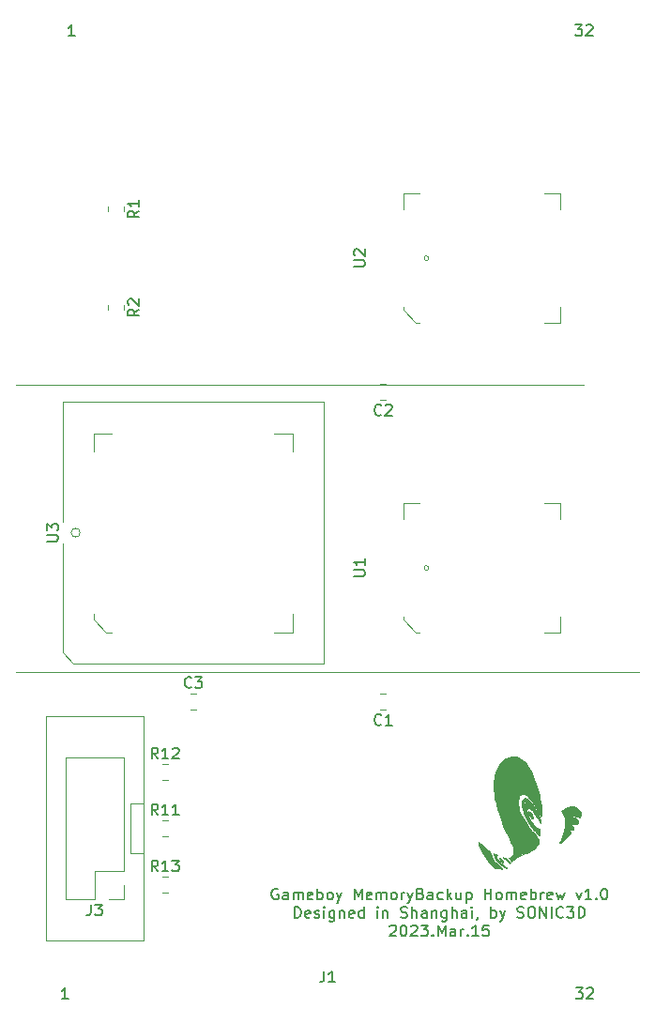
<source format=gto>
%TF.GenerationSoftware,KiCad,Pcbnew,(5.1.10-1-10_14)*%
%TF.CreationDate,2023-03-15T03:50:06+08:00*%
%TF.ProjectId,GB_MemoryBackup_Mainboard,47425f4d-656d-46f7-9279-4261636b7570,1.0*%
%TF.SameCoordinates,Original*%
%TF.FileFunction,Legend,Top*%
%TF.FilePolarity,Positive*%
%FSLAX46Y46*%
G04 Gerber Fmt 4.6, Leading zero omitted, Abs format (unit mm)*
G04 Created by KiCad (PCBNEW (5.1.10-1-10_14)) date 2023-03-15 03:50:06*
%MOMM*%
%LPD*%
G01*
G04 APERTURE LIST*
%ADD10C,0.150000*%
%ADD11C,0.100000*%
%ADD12C,0.010000*%
%ADD13C,0.120000*%
%ADD14C,0.040000*%
G04 APERTURE END LIST*
D10*
X85123571Y-137550000D02*
X85028333Y-137502380D01*
X84885476Y-137502380D01*
X84742619Y-137550000D01*
X84647380Y-137645238D01*
X84599761Y-137740476D01*
X84552142Y-137930952D01*
X84552142Y-138073809D01*
X84599761Y-138264285D01*
X84647380Y-138359523D01*
X84742619Y-138454761D01*
X84885476Y-138502380D01*
X84980714Y-138502380D01*
X85123571Y-138454761D01*
X85171190Y-138407142D01*
X85171190Y-138073809D01*
X84980714Y-138073809D01*
X86028333Y-138502380D02*
X86028333Y-137978571D01*
X85980714Y-137883333D01*
X85885476Y-137835714D01*
X85694999Y-137835714D01*
X85599761Y-137883333D01*
X86028333Y-138454761D02*
X85933095Y-138502380D01*
X85694999Y-138502380D01*
X85599761Y-138454761D01*
X85552142Y-138359523D01*
X85552142Y-138264285D01*
X85599761Y-138169047D01*
X85694999Y-138121428D01*
X85933095Y-138121428D01*
X86028333Y-138073809D01*
X86504523Y-138502380D02*
X86504523Y-137835714D01*
X86504523Y-137930952D02*
X86552142Y-137883333D01*
X86647380Y-137835714D01*
X86790238Y-137835714D01*
X86885476Y-137883333D01*
X86933095Y-137978571D01*
X86933095Y-138502380D01*
X86933095Y-137978571D02*
X86980714Y-137883333D01*
X87075952Y-137835714D01*
X87218809Y-137835714D01*
X87314047Y-137883333D01*
X87361666Y-137978571D01*
X87361666Y-138502380D01*
X88218809Y-138454761D02*
X88123571Y-138502380D01*
X87933095Y-138502380D01*
X87837857Y-138454761D01*
X87790238Y-138359523D01*
X87790238Y-137978571D01*
X87837857Y-137883333D01*
X87933095Y-137835714D01*
X88123571Y-137835714D01*
X88218809Y-137883333D01*
X88266428Y-137978571D01*
X88266428Y-138073809D01*
X87790238Y-138169047D01*
X88694999Y-138502380D02*
X88694999Y-137502380D01*
X88694999Y-137883333D02*
X88790238Y-137835714D01*
X88980714Y-137835714D01*
X89075952Y-137883333D01*
X89123571Y-137930952D01*
X89171190Y-138026190D01*
X89171190Y-138311904D01*
X89123571Y-138407142D01*
X89075952Y-138454761D01*
X88980714Y-138502380D01*
X88790238Y-138502380D01*
X88694999Y-138454761D01*
X89742619Y-138502380D02*
X89647380Y-138454761D01*
X89599761Y-138407142D01*
X89552142Y-138311904D01*
X89552142Y-138026190D01*
X89599761Y-137930952D01*
X89647380Y-137883333D01*
X89742619Y-137835714D01*
X89885476Y-137835714D01*
X89980714Y-137883333D01*
X90028333Y-137930952D01*
X90075952Y-138026190D01*
X90075952Y-138311904D01*
X90028333Y-138407142D01*
X89980714Y-138454761D01*
X89885476Y-138502380D01*
X89742619Y-138502380D01*
X90409285Y-137835714D02*
X90647380Y-138502380D01*
X90885476Y-137835714D02*
X90647380Y-138502380D01*
X90552142Y-138740476D01*
X90504523Y-138788095D01*
X90409285Y-138835714D01*
X92028333Y-138502380D02*
X92028333Y-137502380D01*
X92361666Y-138216666D01*
X92694999Y-137502380D01*
X92694999Y-138502380D01*
X93552142Y-138454761D02*
X93456904Y-138502380D01*
X93266428Y-138502380D01*
X93171190Y-138454761D01*
X93123571Y-138359523D01*
X93123571Y-137978571D01*
X93171190Y-137883333D01*
X93266428Y-137835714D01*
X93456904Y-137835714D01*
X93552142Y-137883333D01*
X93599761Y-137978571D01*
X93599761Y-138073809D01*
X93123571Y-138169047D01*
X94028333Y-138502380D02*
X94028333Y-137835714D01*
X94028333Y-137930952D02*
X94075952Y-137883333D01*
X94171190Y-137835714D01*
X94314047Y-137835714D01*
X94409285Y-137883333D01*
X94456904Y-137978571D01*
X94456904Y-138502380D01*
X94456904Y-137978571D02*
X94504523Y-137883333D01*
X94599761Y-137835714D01*
X94742619Y-137835714D01*
X94837857Y-137883333D01*
X94885476Y-137978571D01*
X94885476Y-138502380D01*
X95504523Y-138502380D02*
X95409285Y-138454761D01*
X95361666Y-138407142D01*
X95314047Y-138311904D01*
X95314047Y-138026190D01*
X95361666Y-137930952D01*
X95409285Y-137883333D01*
X95504523Y-137835714D01*
X95647380Y-137835714D01*
X95742619Y-137883333D01*
X95790238Y-137930952D01*
X95837857Y-138026190D01*
X95837857Y-138311904D01*
X95790238Y-138407142D01*
X95742619Y-138454761D01*
X95647380Y-138502380D01*
X95504523Y-138502380D01*
X96266428Y-138502380D02*
X96266428Y-137835714D01*
X96266428Y-138026190D02*
X96314047Y-137930952D01*
X96361666Y-137883333D01*
X96456904Y-137835714D01*
X96552142Y-137835714D01*
X96790238Y-137835714D02*
X97028333Y-138502380D01*
X97266428Y-137835714D02*
X97028333Y-138502380D01*
X96933095Y-138740476D01*
X96885476Y-138788095D01*
X96790238Y-138835714D01*
X97980714Y-137978571D02*
X98123571Y-138026190D01*
X98171190Y-138073809D01*
X98218809Y-138169047D01*
X98218809Y-138311904D01*
X98171190Y-138407142D01*
X98123571Y-138454761D01*
X98028333Y-138502380D01*
X97647380Y-138502380D01*
X97647380Y-137502380D01*
X97980714Y-137502380D01*
X98075952Y-137550000D01*
X98123571Y-137597619D01*
X98171190Y-137692857D01*
X98171190Y-137788095D01*
X98123571Y-137883333D01*
X98075952Y-137930952D01*
X97980714Y-137978571D01*
X97647380Y-137978571D01*
X99075952Y-138502380D02*
X99075952Y-137978571D01*
X99028333Y-137883333D01*
X98933095Y-137835714D01*
X98742619Y-137835714D01*
X98647380Y-137883333D01*
X99075952Y-138454761D02*
X98980714Y-138502380D01*
X98742619Y-138502380D01*
X98647380Y-138454761D01*
X98599761Y-138359523D01*
X98599761Y-138264285D01*
X98647380Y-138169047D01*
X98742619Y-138121428D01*
X98980714Y-138121428D01*
X99075952Y-138073809D01*
X99980714Y-138454761D02*
X99885476Y-138502380D01*
X99694999Y-138502380D01*
X99599761Y-138454761D01*
X99552142Y-138407142D01*
X99504523Y-138311904D01*
X99504523Y-138026190D01*
X99552142Y-137930952D01*
X99599761Y-137883333D01*
X99694999Y-137835714D01*
X99885476Y-137835714D01*
X99980714Y-137883333D01*
X100409285Y-138502380D02*
X100409285Y-137502380D01*
X100504523Y-138121428D02*
X100790238Y-138502380D01*
X100790238Y-137835714D02*
X100409285Y-138216666D01*
X101647380Y-137835714D02*
X101647380Y-138502380D01*
X101218809Y-137835714D02*
X101218809Y-138359523D01*
X101266428Y-138454761D01*
X101361666Y-138502380D01*
X101504523Y-138502380D01*
X101599761Y-138454761D01*
X101647380Y-138407142D01*
X102123571Y-137835714D02*
X102123571Y-138835714D01*
X102123571Y-137883333D02*
X102218809Y-137835714D01*
X102409285Y-137835714D01*
X102504523Y-137883333D01*
X102552142Y-137930952D01*
X102599761Y-138026190D01*
X102599761Y-138311904D01*
X102552142Y-138407142D01*
X102504523Y-138454761D01*
X102409285Y-138502380D01*
X102218809Y-138502380D01*
X102123571Y-138454761D01*
X103790238Y-138502380D02*
X103790238Y-137502380D01*
X103790238Y-137978571D02*
X104361666Y-137978571D01*
X104361666Y-138502380D02*
X104361666Y-137502380D01*
X104980714Y-138502380D02*
X104885476Y-138454761D01*
X104837857Y-138407142D01*
X104790238Y-138311904D01*
X104790238Y-138026190D01*
X104837857Y-137930952D01*
X104885476Y-137883333D01*
X104980714Y-137835714D01*
X105123571Y-137835714D01*
X105218809Y-137883333D01*
X105266428Y-137930952D01*
X105314047Y-138026190D01*
X105314047Y-138311904D01*
X105266428Y-138407142D01*
X105218809Y-138454761D01*
X105123571Y-138502380D01*
X104980714Y-138502380D01*
X105742619Y-138502380D02*
X105742619Y-137835714D01*
X105742619Y-137930952D02*
X105790238Y-137883333D01*
X105885476Y-137835714D01*
X106028333Y-137835714D01*
X106123571Y-137883333D01*
X106171190Y-137978571D01*
X106171190Y-138502380D01*
X106171190Y-137978571D02*
X106218809Y-137883333D01*
X106314047Y-137835714D01*
X106456904Y-137835714D01*
X106552142Y-137883333D01*
X106599761Y-137978571D01*
X106599761Y-138502380D01*
X107456904Y-138454761D02*
X107361666Y-138502380D01*
X107171190Y-138502380D01*
X107075952Y-138454761D01*
X107028333Y-138359523D01*
X107028333Y-137978571D01*
X107075952Y-137883333D01*
X107171190Y-137835714D01*
X107361666Y-137835714D01*
X107456904Y-137883333D01*
X107504523Y-137978571D01*
X107504523Y-138073809D01*
X107028333Y-138169047D01*
X107933095Y-138502380D02*
X107933095Y-137502380D01*
X107933095Y-137883333D02*
X108028333Y-137835714D01*
X108218809Y-137835714D01*
X108314047Y-137883333D01*
X108361666Y-137930952D01*
X108409285Y-138026190D01*
X108409285Y-138311904D01*
X108361666Y-138407142D01*
X108314047Y-138454761D01*
X108218809Y-138502380D01*
X108028333Y-138502380D01*
X107933095Y-138454761D01*
X108837857Y-138502380D02*
X108837857Y-137835714D01*
X108837857Y-138026190D02*
X108885476Y-137930952D01*
X108933095Y-137883333D01*
X109028333Y-137835714D01*
X109123571Y-137835714D01*
X109837857Y-138454761D02*
X109742619Y-138502380D01*
X109552142Y-138502380D01*
X109456904Y-138454761D01*
X109409285Y-138359523D01*
X109409285Y-137978571D01*
X109456904Y-137883333D01*
X109552142Y-137835714D01*
X109742619Y-137835714D01*
X109837857Y-137883333D01*
X109885476Y-137978571D01*
X109885476Y-138073809D01*
X109409285Y-138169047D01*
X110218809Y-137835714D02*
X110409285Y-138502380D01*
X110599761Y-138026190D01*
X110790238Y-138502380D01*
X110980714Y-137835714D01*
X112028333Y-137835714D02*
X112266428Y-138502380D01*
X112504523Y-137835714D01*
X113409285Y-138502380D02*
X112837857Y-138502380D01*
X113123571Y-138502380D02*
X113123571Y-137502380D01*
X113028333Y-137645238D01*
X112933095Y-137740476D01*
X112837857Y-137788095D01*
X113837857Y-138407142D02*
X113885476Y-138454761D01*
X113837857Y-138502380D01*
X113790238Y-138454761D01*
X113837857Y-138407142D01*
X113837857Y-138502380D01*
X114504523Y-137502380D02*
X114599761Y-137502380D01*
X114694999Y-137550000D01*
X114742619Y-137597619D01*
X114790238Y-137692857D01*
X114837857Y-137883333D01*
X114837857Y-138121428D01*
X114790238Y-138311904D01*
X114742619Y-138407142D01*
X114694999Y-138454761D01*
X114599761Y-138502380D01*
X114504523Y-138502380D01*
X114409285Y-138454761D01*
X114361666Y-138407142D01*
X114314047Y-138311904D01*
X114266428Y-138121428D01*
X114266428Y-137883333D01*
X114314047Y-137692857D01*
X114361666Y-137597619D01*
X114409285Y-137550000D01*
X114504523Y-137502380D01*
X86623571Y-140152380D02*
X86623571Y-139152380D01*
X86861666Y-139152380D01*
X87004523Y-139200000D01*
X87099761Y-139295238D01*
X87147380Y-139390476D01*
X87195000Y-139580952D01*
X87195000Y-139723809D01*
X87147380Y-139914285D01*
X87099761Y-140009523D01*
X87004523Y-140104761D01*
X86861666Y-140152380D01*
X86623571Y-140152380D01*
X88004523Y-140104761D02*
X87909285Y-140152380D01*
X87718809Y-140152380D01*
X87623571Y-140104761D01*
X87575952Y-140009523D01*
X87575952Y-139628571D01*
X87623571Y-139533333D01*
X87718809Y-139485714D01*
X87909285Y-139485714D01*
X88004523Y-139533333D01*
X88052142Y-139628571D01*
X88052142Y-139723809D01*
X87575952Y-139819047D01*
X88433095Y-140104761D02*
X88528333Y-140152380D01*
X88718809Y-140152380D01*
X88814047Y-140104761D01*
X88861666Y-140009523D01*
X88861666Y-139961904D01*
X88814047Y-139866666D01*
X88718809Y-139819047D01*
X88575952Y-139819047D01*
X88480714Y-139771428D01*
X88433095Y-139676190D01*
X88433095Y-139628571D01*
X88480714Y-139533333D01*
X88575952Y-139485714D01*
X88718809Y-139485714D01*
X88814047Y-139533333D01*
X89290238Y-140152380D02*
X89290238Y-139485714D01*
X89290238Y-139152380D02*
X89242619Y-139200000D01*
X89290238Y-139247619D01*
X89337857Y-139200000D01*
X89290238Y-139152380D01*
X89290238Y-139247619D01*
X90195000Y-139485714D02*
X90195000Y-140295238D01*
X90147380Y-140390476D01*
X90099761Y-140438095D01*
X90004523Y-140485714D01*
X89861666Y-140485714D01*
X89766428Y-140438095D01*
X90195000Y-140104761D02*
X90099761Y-140152380D01*
X89909285Y-140152380D01*
X89814047Y-140104761D01*
X89766428Y-140057142D01*
X89718809Y-139961904D01*
X89718809Y-139676190D01*
X89766428Y-139580952D01*
X89814047Y-139533333D01*
X89909285Y-139485714D01*
X90099761Y-139485714D01*
X90195000Y-139533333D01*
X90671190Y-139485714D02*
X90671190Y-140152380D01*
X90671190Y-139580952D02*
X90718809Y-139533333D01*
X90814047Y-139485714D01*
X90956904Y-139485714D01*
X91052142Y-139533333D01*
X91099761Y-139628571D01*
X91099761Y-140152380D01*
X91956904Y-140104761D02*
X91861666Y-140152380D01*
X91671190Y-140152380D01*
X91575952Y-140104761D01*
X91528333Y-140009523D01*
X91528333Y-139628571D01*
X91575952Y-139533333D01*
X91671190Y-139485714D01*
X91861666Y-139485714D01*
X91956904Y-139533333D01*
X92004523Y-139628571D01*
X92004523Y-139723809D01*
X91528333Y-139819047D01*
X92861666Y-140152380D02*
X92861666Y-139152380D01*
X92861666Y-140104761D02*
X92766428Y-140152380D01*
X92575952Y-140152380D01*
X92480714Y-140104761D01*
X92433095Y-140057142D01*
X92385476Y-139961904D01*
X92385476Y-139676190D01*
X92433095Y-139580952D01*
X92480714Y-139533333D01*
X92575952Y-139485714D01*
X92766428Y-139485714D01*
X92861666Y-139533333D01*
X94099761Y-140152380D02*
X94099761Y-139485714D01*
X94099761Y-139152380D02*
X94052142Y-139200000D01*
X94099761Y-139247619D01*
X94147380Y-139200000D01*
X94099761Y-139152380D01*
X94099761Y-139247619D01*
X94575952Y-139485714D02*
X94575952Y-140152380D01*
X94575952Y-139580952D02*
X94623571Y-139533333D01*
X94718809Y-139485714D01*
X94861666Y-139485714D01*
X94956904Y-139533333D01*
X95004523Y-139628571D01*
X95004523Y-140152380D01*
X96195000Y-140104761D02*
X96337857Y-140152380D01*
X96575952Y-140152380D01*
X96671190Y-140104761D01*
X96718809Y-140057142D01*
X96766428Y-139961904D01*
X96766428Y-139866666D01*
X96718809Y-139771428D01*
X96671190Y-139723809D01*
X96575952Y-139676190D01*
X96385476Y-139628571D01*
X96290238Y-139580952D01*
X96242619Y-139533333D01*
X96195000Y-139438095D01*
X96195000Y-139342857D01*
X96242619Y-139247619D01*
X96290238Y-139200000D01*
X96385476Y-139152380D01*
X96623571Y-139152380D01*
X96766428Y-139200000D01*
X97195000Y-140152380D02*
X97195000Y-139152380D01*
X97623571Y-140152380D02*
X97623571Y-139628571D01*
X97575952Y-139533333D01*
X97480714Y-139485714D01*
X97337857Y-139485714D01*
X97242619Y-139533333D01*
X97195000Y-139580952D01*
X98528333Y-140152380D02*
X98528333Y-139628571D01*
X98480714Y-139533333D01*
X98385476Y-139485714D01*
X98195000Y-139485714D01*
X98099761Y-139533333D01*
X98528333Y-140104761D02*
X98433095Y-140152380D01*
X98195000Y-140152380D01*
X98099761Y-140104761D01*
X98052142Y-140009523D01*
X98052142Y-139914285D01*
X98099761Y-139819047D01*
X98195000Y-139771428D01*
X98433095Y-139771428D01*
X98528333Y-139723809D01*
X99004523Y-139485714D02*
X99004523Y-140152380D01*
X99004523Y-139580952D02*
X99052142Y-139533333D01*
X99147380Y-139485714D01*
X99290238Y-139485714D01*
X99385476Y-139533333D01*
X99433095Y-139628571D01*
X99433095Y-140152380D01*
X100337857Y-139485714D02*
X100337857Y-140295238D01*
X100290238Y-140390476D01*
X100242619Y-140438095D01*
X100147380Y-140485714D01*
X100004523Y-140485714D01*
X99909285Y-140438095D01*
X100337857Y-140104761D02*
X100242619Y-140152380D01*
X100052142Y-140152380D01*
X99956904Y-140104761D01*
X99909285Y-140057142D01*
X99861666Y-139961904D01*
X99861666Y-139676190D01*
X99909285Y-139580952D01*
X99956904Y-139533333D01*
X100052142Y-139485714D01*
X100242619Y-139485714D01*
X100337857Y-139533333D01*
X100814047Y-140152380D02*
X100814047Y-139152380D01*
X101242619Y-140152380D02*
X101242619Y-139628571D01*
X101195000Y-139533333D01*
X101099761Y-139485714D01*
X100956904Y-139485714D01*
X100861666Y-139533333D01*
X100814047Y-139580952D01*
X102147380Y-140152380D02*
X102147380Y-139628571D01*
X102099761Y-139533333D01*
X102004523Y-139485714D01*
X101814047Y-139485714D01*
X101718809Y-139533333D01*
X102147380Y-140104761D02*
X102052142Y-140152380D01*
X101814047Y-140152380D01*
X101718809Y-140104761D01*
X101671190Y-140009523D01*
X101671190Y-139914285D01*
X101718809Y-139819047D01*
X101814047Y-139771428D01*
X102052142Y-139771428D01*
X102147380Y-139723809D01*
X102623571Y-140152380D02*
X102623571Y-139485714D01*
X102623571Y-139152380D02*
X102575952Y-139200000D01*
X102623571Y-139247619D01*
X102671190Y-139200000D01*
X102623571Y-139152380D01*
X102623571Y-139247619D01*
X103147380Y-140104761D02*
X103147380Y-140152380D01*
X103099761Y-140247619D01*
X103052142Y-140295238D01*
X104337857Y-140152380D02*
X104337857Y-139152380D01*
X104337857Y-139533333D02*
X104433095Y-139485714D01*
X104623571Y-139485714D01*
X104718809Y-139533333D01*
X104766428Y-139580952D01*
X104814047Y-139676190D01*
X104814047Y-139961904D01*
X104766428Y-140057142D01*
X104718809Y-140104761D01*
X104623571Y-140152380D01*
X104433095Y-140152380D01*
X104337857Y-140104761D01*
X105147380Y-139485714D02*
X105385476Y-140152380D01*
X105623571Y-139485714D02*
X105385476Y-140152380D01*
X105290238Y-140390476D01*
X105242619Y-140438095D01*
X105147380Y-140485714D01*
X106718809Y-140104761D02*
X106861666Y-140152380D01*
X107099761Y-140152380D01*
X107195000Y-140104761D01*
X107242619Y-140057142D01*
X107290238Y-139961904D01*
X107290238Y-139866666D01*
X107242619Y-139771428D01*
X107195000Y-139723809D01*
X107099761Y-139676190D01*
X106909285Y-139628571D01*
X106814047Y-139580952D01*
X106766428Y-139533333D01*
X106718809Y-139438095D01*
X106718809Y-139342857D01*
X106766428Y-139247619D01*
X106814047Y-139200000D01*
X106909285Y-139152380D01*
X107147380Y-139152380D01*
X107290238Y-139200000D01*
X107909285Y-139152380D02*
X108099761Y-139152380D01*
X108195000Y-139200000D01*
X108290238Y-139295238D01*
X108337857Y-139485714D01*
X108337857Y-139819047D01*
X108290238Y-140009523D01*
X108195000Y-140104761D01*
X108099761Y-140152380D01*
X107909285Y-140152380D01*
X107814047Y-140104761D01*
X107718809Y-140009523D01*
X107671190Y-139819047D01*
X107671190Y-139485714D01*
X107718809Y-139295238D01*
X107814047Y-139200000D01*
X107909285Y-139152380D01*
X108766428Y-140152380D02*
X108766428Y-139152380D01*
X109337857Y-140152380D01*
X109337857Y-139152380D01*
X109814047Y-140152380D02*
X109814047Y-139152380D01*
X110861666Y-140057142D02*
X110814047Y-140104761D01*
X110671190Y-140152380D01*
X110575952Y-140152380D01*
X110433095Y-140104761D01*
X110337857Y-140009523D01*
X110290238Y-139914285D01*
X110242619Y-139723809D01*
X110242619Y-139580952D01*
X110290238Y-139390476D01*
X110337857Y-139295238D01*
X110433095Y-139200000D01*
X110575952Y-139152380D01*
X110671190Y-139152380D01*
X110814047Y-139200000D01*
X110861666Y-139247619D01*
X111195000Y-139152380D02*
X111814047Y-139152380D01*
X111480714Y-139533333D01*
X111623571Y-139533333D01*
X111718809Y-139580952D01*
X111766428Y-139628571D01*
X111814047Y-139723809D01*
X111814047Y-139961904D01*
X111766428Y-140057142D01*
X111718809Y-140104761D01*
X111623571Y-140152380D01*
X111337857Y-140152380D01*
X111242619Y-140104761D01*
X111195000Y-140057142D01*
X112242619Y-140152380D02*
X112242619Y-139152380D01*
X112480714Y-139152380D01*
X112623571Y-139200000D01*
X112718809Y-139295238D01*
X112766428Y-139390476D01*
X112814047Y-139580952D01*
X112814047Y-139723809D01*
X112766428Y-139914285D01*
X112718809Y-140009523D01*
X112623571Y-140104761D01*
X112480714Y-140152380D01*
X112242619Y-140152380D01*
X95218809Y-140897619D02*
X95266428Y-140850000D01*
X95361666Y-140802380D01*
X95599761Y-140802380D01*
X95695000Y-140850000D01*
X95742619Y-140897619D01*
X95790238Y-140992857D01*
X95790238Y-141088095D01*
X95742619Y-141230952D01*
X95171190Y-141802380D01*
X95790238Y-141802380D01*
X96409285Y-140802380D02*
X96504523Y-140802380D01*
X96599761Y-140850000D01*
X96647380Y-140897619D01*
X96695000Y-140992857D01*
X96742619Y-141183333D01*
X96742619Y-141421428D01*
X96695000Y-141611904D01*
X96647380Y-141707142D01*
X96599761Y-141754761D01*
X96504523Y-141802380D01*
X96409285Y-141802380D01*
X96314047Y-141754761D01*
X96266428Y-141707142D01*
X96218809Y-141611904D01*
X96171190Y-141421428D01*
X96171190Y-141183333D01*
X96218809Y-140992857D01*
X96266428Y-140897619D01*
X96314047Y-140850000D01*
X96409285Y-140802380D01*
X97123571Y-140897619D02*
X97171190Y-140850000D01*
X97266428Y-140802380D01*
X97504523Y-140802380D01*
X97599761Y-140850000D01*
X97647380Y-140897619D01*
X97695000Y-140992857D01*
X97695000Y-141088095D01*
X97647380Y-141230952D01*
X97075952Y-141802380D01*
X97695000Y-141802380D01*
X98028333Y-140802380D02*
X98647380Y-140802380D01*
X98314047Y-141183333D01*
X98456904Y-141183333D01*
X98552142Y-141230952D01*
X98599761Y-141278571D01*
X98647380Y-141373809D01*
X98647380Y-141611904D01*
X98599761Y-141707142D01*
X98552142Y-141754761D01*
X98456904Y-141802380D01*
X98171190Y-141802380D01*
X98075952Y-141754761D01*
X98028333Y-141707142D01*
X99075952Y-141707142D02*
X99123571Y-141754761D01*
X99075952Y-141802380D01*
X99028333Y-141754761D01*
X99075952Y-141707142D01*
X99075952Y-141802380D01*
X99552142Y-141802380D02*
X99552142Y-140802380D01*
X99885476Y-141516666D01*
X100218809Y-140802380D01*
X100218809Y-141802380D01*
X101123571Y-141802380D02*
X101123571Y-141278571D01*
X101075952Y-141183333D01*
X100980714Y-141135714D01*
X100790238Y-141135714D01*
X100695000Y-141183333D01*
X101123571Y-141754761D02*
X101028333Y-141802380D01*
X100790238Y-141802380D01*
X100695000Y-141754761D01*
X100647380Y-141659523D01*
X100647380Y-141564285D01*
X100695000Y-141469047D01*
X100790238Y-141421428D01*
X101028333Y-141421428D01*
X101123571Y-141373809D01*
X101599761Y-141802380D02*
X101599761Y-141135714D01*
X101599761Y-141326190D02*
X101647380Y-141230952D01*
X101695000Y-141183333D01*
X101790238Y-141135714D01*
X101885476Y-141135714D01*
X102218809Y-141707142D02*
X102266428Y-141754761D01*
X102218809Y-141802380D01*
X102171190Y-141754761D01*
X102218809Y-141707142D01*
X102218809Y-141802380D01*
X103218809Y-141802380D02*
X102647380Y-141802380D01*
X102933095Y-141802380D02*
X102933095Y-140802380D01*
X102837857Y-140945238D01*
X102742619Y-141040476D01*
X102647380Y-141088095D01*
X104123571Y-140802380D02*
X103647380Y-140802380D01*
X103599761Y-141278571D01*
X103647380Y-141230952D01*
X103742619Y-141183333D01*
X103980714Y-141183333D01*
X104075952Y-141230952D01*
X104123571Y-141278571D01*
X104171190Y-141373809D01*
X104171190Y-141611904D01*
X104123571Y-141707142D01*
X104075952Y-141754761D01*
X103980714Y-141802380D01*
X103742619Y-141802380D01*
X103647380Y-141754761D01*
X103599761Y-141707142D01*
D11*
X61500000Y-92100000D02*
X112700000Y-92100000D01*
X61500000Y-118000000D02*
X117700000Y-118000000D01*
D12*
%TO.C,G\u002A\u002A\u002A*%
G36*
X103251990Y-133307539D02*
G01*
X103323845Y-133366073D01*
X103425454Y-133455224D01*
X103548982Y-133568114D01*
X103686593Y-133697865D01*
X103689138Y-133700300D01*
X103829303Y-133831959D01*
X103958035Y-133948209D01*
X104066842Y-134041748D01*
X104147233Y-134105275D01*
X104190410Y-134131411D01*
X104233795Y-134155442D01*
X104265834Y-134211278D01*
X104294198Y-134313396D01*
X104299323Y-134336951D01*
X104374387Y-134563840D01*
X104503842Y-134804303D01*
X104682454Y-135050074D01*
X104903274Y-135291192D01*
X105020757Y-135403694D01*
X105131647Y-135504337D01*
X105223083Y-135581778D01*
X105280122Y-135623475D01*
X105350605Y-135673569D01*
X105377641Y-135711121D01*
X105356412Y-135727592D01*
X105338562Y-135727007D01*
X105285664Y-135719896D01*
X105195462Y-135706546D01*
X105140125Y-135698039D01*
X105007578Y-135681961D01*
X104869090Y-135671803D01*
X104830909Y-135670531D01*
X104748699Y-135664475D01*
X104680033Y-135643782D01*
X104606389Y-135599385D01*
X104509244Y-135522221D01*
X104483559Y-135500524D01*
X104312833Y-135338648D01*
X104135205Y-135140156D01*
X103956751Y-134914686D01*
X103783546Y-134671872D01*
X103621664Y-134421350D01*
X103477180Y-134172756D01*
X103356171Y-133935724D01*
X103264711Y-133719891D01*
X103208874Y-133534892D01*
X103196422Y-133459026D01*
X103189959Y-133351863D01*
X103199480Y-133297664D01*
X103217724Y-133286500D01*
X103251990Y-133307539D01*
G37*
X103251990Y-133307539D02*
X103323845Y-133366073D01*
X103425454Y-133455224D01*
X103548982Y-133568114D01*
X103686593Y-133697865D01*
X103689138Y-133700300D01*
X103829303Y-133831959D01*
X103958035Y-133948209D01*
X104066842Y-134041748D01*
X104147233Y-134105275D01*
X104190410Y-134131411D01*
X104233795Y-134155442D01*
X104265834Y-134211278D01*
X104294198Y-134313396D01*
X104299323Y-134336951D01*
X104374387Y-134563840D01*
X104503842Y-134804303D01*
X104682454Y-135050074D01*
X104903274Y-135291192D01*
X105020757Y-135403694D01*
X105131647Y-135504337D01*
X105223083Y-135581778D01*
X105280122Y-135623475D01*
X105350605Y-135673569D01*
X105377641Y-135711121D01*
X105356412Y-135727592D01*
X105338562Y-135727007D01*
X105285664Y-135719896D01*
X105195462Y-135706546D01*
X105140125Y-135698039D01*
X105007578Y-135681961D01*
X104869090Y-135671803D01*
X104830909Y-135670531D01*
X104748699Y-135664475D01*
X104680033Y-135643782D01*
X104606389Y-135599385D01*
X104509244Y-135522221D01*
X104483559Y-135500524D01*
X104312833Y-135338648D01*
X104135205Y-135140156D01*
X103956751Y-134914686D01*
X103783546Y-134671872D01*
X103621664Y-134421350D01*
X103477180Y-134172756D01*
X103356171Y-133935724D01*
X103264711Y-133719891D01*
X103208874Y-133534892D01*
X103196422Y-133459026D01*
X103189959Y-133351863D01*
X103199480Y-133297664D01*
X103217724Y-133286500D01*
X103251990Y-133307539D01*
G36*
X104882807Y-134506948D02*
G01*
X104873478Y-134513090D01*
X104856120Y-134551984D01*
X104858414Y-134611384D01*
X104857119Y-134702318D01*
X104835388Y-134786262D01*
X104813960Y-134857877D01*
X104829680Y-134906079D01*
X104853367Y-134931649D01*
X104892436Y-134966554D01*
X104892715Y-134953517D01*
X104876174Y-134919914D01*
X104860009Y-134851025D01*
X104869048Y-134812443D01*
X104895529Y-134802930D01*
X104940441Y-134839857D01*
X105007156Y-134924503D01*
X105063827Y-135011504D01*
X105097087Y-135080459D01*
X105100732Y-135111348D01*
X105099017Y-135127237D01*
X105108300Y-135120337D01*
X105150926Y-135117321D01*
X105177282Y-135132488D01*
X105203395Y-135174388D01*
X105183137Y-135212933D01*
X105163240Y-135261227D01*
X105187418Y-135296033D01*
X105216265Y-135315848D01*
X105210945Y-135283570D01*
X105209294Y-135278812D01*
X105204443Y-135231577D01*
X105237814Y-135232061D01*
X105306124Y-135279927D01*
X105317829Y-135289987D01*
X105390019Y-135349058D01*
X105484721Y-135421586D01*
X105528056Y-135453397D01*
X105600002Y-135512991D01*
X105640189Y-135561660D01*
X105643142Y-135580561D01*
X105651366Y-135597070D01*
X105691773Y-135589636D01*
X105745923Y-135584968D01*
X105759250Y-135602110D01*
X105735006Y-135633394D01*
X105670507Y-135632065D01*
X105578103Y-135601081D01*
X105470141Y-135543397D01*
X105444594Y-135526789D01*
X105307561Y-135429393D01*
X105188738Y-135335771D01*
X105261833Y-135335771D01*
X105276539Y-135377159D01*
X105288291Y-135382000D01*
X105299241Y-135371850D01*
X105346500Y-135371850D01*
X105369064Y-135406247D01*
X105423615Y-135460453D01*
X105490437Y-135517411D01*
X105549814Y-135560062D01*
X105578323Y-135572425D01*
X105574141Y-135554444D01*
X105532317Y-135509599D01*
X105514823Y-135493618D01*
X105427059Y-135416523D01*
X105376393Y-135374886D01*
X105352881Y-135361511D01*
X105346576Y-135369204D01*
X105346500Y-135371850D01*
X105299241Y-135371850D01*
X105314242Y-135357945D01*
X105314750Y-135352123D01*
X105292003Y-135308484D01*
X105288291Y-135305895D01*
X105265099Y-135315608D01*
X105261833Y-135335771D01*
X105188738Y-135335771D01*
X105184412Y-135332363D01*
X105085162Y-135244513D01*
X105063342Y-135221182D01*
X105100284Y-135221182D01*
X105104627Y-135223250D01*
X105133601Y-135200898D01*
X105140125Y-135191500D01*
X105148215Y-135161817D01*
X105143872Y-135159750D01*
X105114898Y-135182101D01*
X105108375Y-135191500D01*
X105100284Y-135221182D01*
X105063342Y-135221182D01*
X105020734Y-135175625D01*
X105029000Y-135175625D01*
X105044875Y-135191500D01*
X105060750Y-135175625D01*
X105044875Y-135159750D01*
X105029000Y-135175625D01*
X105020734Y-135175625D01*
X105019828Y-135174657D01*
X104998291Y-135134063D01*
X104978040Y-135108847D01*
X104962332Y-135114082D01*
X104944193Y-135114546D01*
X104958430Y-135080375D01*
X105029000Y-135080375D01*
X105044875Y-135096250D01*
X105060750Y-135080375D01*
X105044875Y-135064500D01*
X105029000Y-135080375D01*
X104958430Y-135080375D01*
X104963449Y-135068331D01*
X104977126Y-135003386D01*
X104966003Y-134932419D01*
X104936756Y-134882576D01*
X104915640Y-134874000D01*
X104916149Y-134897464D01*
X104935574Y-134940908D01*
X104959317Y-135009593D01*
X104943794Y-135038607D01*
X104900320Y-135026673D01*
X104840207Y-134972514D01*
X104824806Y-134953413D01*
X104772935Y-134878433D01*
X104758918Y-134830808D01*
X104777554Y-134791219D01*
X104780233Y-134787901D01*
X104809497Y-134721539D01*
X104822577Y-134630961D01*
X104822625Y-134625638D01*
X104833271Y-134546225D01*
X104860470Y-134507072D01*
X104863106Y-134506316D01*
X104882807Y-134506948D01*
G37*
X104882807Y-134506948D02*
X104873478Y-134513090D01*
X104856120Y-134551984D01*
X104858414Y-134611384D01*
X104857119Y-134702318D01*
X104835388Y-134786262D01*
X104813960Y-134857877D01*
X104829680Y-134906079D01*
X104853367Y-134931649D01*
X104892436Y-134966554D01*
X104892715Y-134953517D01*
X104876174Y-134919914D01*
X104860009Y-134851025D01*
X104869048Y-134812443D01*
X104895529Y-134802930D01*
X104940441Y-134839857D01*
X105007156Y-134924503D01*
X105063827Y-135011504D01*
X105097087Y-135080459D01*
X105100732Y-135111348D01*
X105099017Y-135127237D01*
X105108300Y-135120337D01*
X105150926Y-135117321D01*
X105177282Y-135132488D01*
X105203395Y-135174388D01*
X105183137Y-135212933D01*
X105163240Y-135261227D01*
X105187418Y-135296033D01*
X105216265Y-135315848D01*
X105210945Y-135283570D01*
X105209294Y-135278812D01*
X105204443Y-135231577D01*
X105237814Y-135232061D01*
X105306124Y-135279927D01*
X105317829Y-135289987D01*
X105390019Y-135349058D01*
X105484721Y-135421586D01*
X105528056Y-135453397D01*
X105600002Y-135512991D01*
X105640189Y-135561660D01*
X105643142Y-135580561D01*
X105651366Y-135597070D01*
X105691773Y-135589636D01*
X105745923Y-135584968D01*
X105759250Y-135602110D01*
X105735006Y-135633394D01*
X105670507Y-135632065D01*
X105578103Y-135601081D01*
X105470141Y-135543397D01*
X105444594Y-135526789D01*
X105307561Y-135429393D01*
X105188738Y-135335771D01*
X105261833Y-135335771D01*
X105276539Y-135377159D01*
X105288291Y-135382000D01*
X105299241Y-135371850D01*
X105346500Y-135371850D01*
X105369064Y-135406247D01*
X105423615Y-135460453D01*
X105490437Y-135517411D01*
X105549814Y-135560062D01*
X105578323Y-135572425D01*
X105574141Y-135554444D01*
X105532317Y-135509599D01*
X105514823Y-135493618D01*
X105427059Y-135416523D01*
X105376393Y-135374886D01*
X105352881Y-135361511D01*
X105346576Y-135369204D01*
X105346500Y-135371850D01*
X105299241Y-135371850D01*
X105314242Y-135357945D01*
X105314750Y-135352123D01*
X105292003Y-135308484D01*
X105288291Y-135305895D01*
X105265099Y-135315608D01*
X105261833Y-135335771D01*
X105188738Y-135335771D01*
X105184412Y-135332363D01*
X105085162Y-135244513D01*
X105063342Y-135221182D01*
X105100284Y-135221182D01*
X105104627Y-135223250D01*
X105133601Y-135200898D01*
X105140125Y-135191500D01*
X105148215Y-135161817D01*
X105143872Y-135159750D01*
X105114898Y-135182101D01*
X105108375Y-135191500D01*
X105100284Y-135221182D01*
X105063342Y-135221182D01*
X105020734Y-135175625D01*
X105029000Y-135175625D01*
X105044875Y-135191500D01*
X105060750Y-135175625D01*
X105044875Y-135159750D01*
X105029000Y-135175625D01*
X105020734Y-135175625D01*
X105019828Y-135174657D01*
X104998291Y-135134063D01*
X104978040Y-135108847D01*
X104962332Y-135114082D01*
X104944193Y-135114546D01*
X104958430Y-135080375D01*
X105029000Y-135080375D01*
X105044875Y-135096250D01*
X105060750Y-135080375D01*
X105044875Y-135064500D01*
X105029000Y-135080375D01*
X104958430Y-135080375D01*
X104963449Y-135068331D01*
X104977126Y-135003386D01*
X104966003Y-134932419D01*
X104936756Y-134882576D01*
X104915640Y-134874000D01*
X104916149Y-134897464D01*
X104935574Y-134940908D01*
X104959317Y-135009593D01*
X104943794Y-135038607D01*
X104900320Y-135026673D01*
X104840207Y-134972514D01*
X104824806Y-134953413D01*
X104772935Y-134878433D01*
X104758918Y-134830808D01*
X104777554Y-134791219D01*
X104780233Y-134787901D01*
X104809497Y-134721539D01*
X104822577Y-134630961D01*
X104822625Y-134625638D01*
X104833271Y-134546225D01*
X104860470Y-134507072D01*
X104863106Y-134506316D01*
X104882807Y-134506948D01*
G36*
X105489974Y-134708108D02*
G01*
X105556275Y-134738004D01*
X105610194Y-134773187D01*
X105619395Y-134782088D01*
X105679174Y-134828473D01*
X105722614Y-134842250D01*
X105748829Y-134834524D01*
X105723365Y-134805417D01*
X105709755Y-134794615D01*
X105667749Y-134760559D01*
X105677558Y-134758073D01*
X105714284Y-134770802D01*
X105774370Y-134808517D01*
X105849624Y-134876247D01*
X105882173Y-134911310D01*
X105947376Y-134998646D01*
X105948730Y-135002968D01*
X105931013Y-135012512D01*
X105910412Y-135028409D01*
X105875562Y-135075992D01*
X105880589Y-135116686D01*
X105909290Y-135128000D01*
X105912186Y-135112182D01*
X105907692Y-135107108D01*
X105907262Y-135068863D01*
X105926212Y-135035671D01*
X105948950Y-135003669D01*
X105968874Y-135067258D01*
X105964464Y-135105444D01*
X105963130Y-135172969D01*
X105999503Y-135203798D01*
X106035284Y-135211721D01*
X106020242Y-135184052D01*
X106019557Y-135183224D01*
X106002848Y-135123711D01*
X106011595Y-135098927D01*
X106036165Y-135078137D01*
X106056938Y-135115655D01*
X106058123Y-135119332D01*
X106065183Y-135190236D01*
X106049776Y-135255006D01*
X106018834Y-135286478D01*
X106015396Y-135286750D01*
X105986356Y-135263721D01*
X105928633Y-135202312D01*
X105852819Y-135114037D01*
X105822286Y-135076849D01*
X105726394Y-134967064D01*
X105680750Y-134921047D01*
X105777581Y-134921047D01*
X105777834Y-134953349D01*
X105781325Y-134967435D01*
X105801461Y-135023830D01*
X105822697Y-135023580D01*
X105836401Y-135004597D01*
X105830440Y-134963856D01*
X105809023Y-134939282D01*
X105777581Y-134921047D01*
X105680750Y-134921047D01*
X105627276Y-134867137D01*
X105543725Y-134795777D01*
X105530992Y-134786880D01*
X105459078Y-134737860D01*
X105415739Y-134705559D01*
X105410000Y-134699558D01*
X105433734Y-134692344D01*
X105489974Y-134708108D01*
G37*
X105489974Y-134708108D02*
X105556275Y-134738004D01*
X105610194Y-134773187D01*
X105619395Y-134782088D01*
X105679174Y-134828473D01*
X105722614Y-134842250D01*
X105748829Y-134834524D01*
X105723365Y-134805417D01*
X105709755Y-134794615D01*
X105667749Y-134760559D01*
X105677558Y-134758073D01*
X105714284Y-134770802D01*
X105774370Y-134808517D01*
X105849624Y-134876247D01*
X105882173Y-134911310D01*
X105947376Y-134998646D01*
X105948730Y-135002968D01*
X105931013Y-135012512D01*
X105910412Y-135028409D01*
X105875562Y-135075992D01*
X105880589Y-135116686D01*
X105909290Y-135128000D01*
X105912186Y-135112182D01*
X105907692Y-135107108D01*
X105907262Y-135068863D01*
X105926212Y-135035671D01*
X105948950Y-135003669D01*
X105968874Y-135067258D01*
X105964464Y-135105444D01*
X105963130Y-135172969D01*
X105999503Y-135203798D01*
X106035284Y-135211721D01*
X106020242Y-135184052D01*
X106019557Y-135183224D01*
X106002848Y-135123711D01*
X106011595Y-135098927D01*
X106036165Y-135078137D01*
X106056938Y-135115655D01*
X106058123Y-135119332D01*
X106065183Y-135190236D01*
X106049776Y-135255006D01*
X106018834Y-135286478D01*
X106015396Y-135286750D01*
X105986356Y-135263721D01*
X105928633Y-135202312D01*
X105852819Y-135114037D01*
X105822286Y-135076849D01*
X105726394Y-134967064D01*
X105680750Y-134921047D01*
X105777581Y-134921047D01*
X105777834Y-134953349D01*
X105781325Y-134967435D01*
X105801461Y-135023830D01*
X105822697Y-135023580D01*
X105836401Y-135004597D01*
X105830440Y-134963856D01*
X105809023Y-134939282D01*
X105777581Y-134921047D01*
X105680750Y-134921047D01*
X105627276Y-134867137D01*
X105543725Y-134795777D01*
X105530992Y-134786880D01*
X105459078Y-134737860D01*
X105415739Y-134705559D01*
X105410000Y-134699558D01*
X105433734Y-134692344D01*
X105489974Y-134708108D01*
G36*
X105195837Y-134771196D02*
G01*
X105268228Y-134833054D01*
X105339098Y-134916476D01*
X105396274Y-135005365D01*
X105427582Y-135083624D01*
X105424228Y-135130664D01*
X105391394Y-135157009D01*
X105340600Y-135142454D01*
X105270772Y-135093446D01*
X105197624Y-135020496D01*
X105140150Y-134935543D01*
X105103920Y-134852710D01*
X105094507Y-134786119D01*
X105117481Y-134749892D01*
X105134097Y-134747000D01*
X105195837Y-134771196D01*
G37*
X105195837Y-134771196D02*
X105268228Y-134833054D01*
X105339098Y-134916476D01*
X105396274Y-135005365D01*
X105427582Y-135083624D01*
X105424228Y-135130664D01*
X105391394Y-135157009D01*
X105340600Y-135142454D01*
X105270772Y-135093446D01*
X105197624Y-135020496D01*
X105140150Y-134935543D01*
X105103920Y-134852710D01*
X105094507Y-134786119D01*
X105117481Y-134749892D01*
X105134097Y-134747000D01*
X105195837Y-134771196D01*
G36*
X106721222Y-125630382D02*
G01*
X106962852Y-125742329D01*
X107198577Y-125912553D01*
X107425976Y-126138450D01*
X107642626Y-126417411D01*
X107846106Y-126746832D01*
X108033995Y-127124106D01*
X108135385Y-127365125D01*
X108232911Y-127617046D01*
X108318148Y-127849832D01*
X108394689Y-128075514D01*
X108466130Y-128306122D01*
X108536066Y-128553687D01*
X108608090Y-128830240D01*
X108685799Y-129147812D01*
X108752004Y-129428875D01*
X108799928Y-129637881D01*
X108834740Y-129801763D01*
X108858528Y-129937052D01*
X108873379Y-130060278D01*
X108881381Y-130187972D01*
X108884620Y-130336665D01*
X108885186Y-130483606D01*
X108882954Y-130688859D01*
X108876331Y-130847108D01*
X108865677Y-130952915D01*
X108851349Y-131000840D01*
X108851078Y-131001121D01*
X108824808Y-130998920D01*
X108783256Y-130950010D01*
X108723274Y-130849972D01*
X108665018Y-130740140D01*
X108434386Y-130306749D01*
X108219119Y-129934212D01*
X108018602Y-129621929D01*
X107832221Y-129369297D01*
X107659362Y-129175716D01*
X107499410Y-129040582D01*
X107351751Y-128963295D01*
X107215769Y-128943253D01*
X107090851Y-128979854D01*
X106976382Y-129072497D01*
X106969511Y-129080191D01*
X106890277Y-129192786D01*
X106836550Y-129326902D01*
X106805075Y-129495049D01*
X106792600Y-129709733D01*
X106792088Y-129762250D01*
X106800838Y-129988219D01*
X106831437Y-130199684D01*
X106888145Y-130411958D01*
X106975228Y-130640351D01*
X107096947Y-130900175D01*
X107123557Y-130952822D01*
X107412977Y-131469082D01*
X107730477Y-131935938D01*
X108083273Y-132363959D01*
X108097384Y-132379502D01*
X108270442Y-132570626D01*
X108404631Y-132722366D01*
X108504731Y-132841457D01*
X108575522Y-132934632D01*
X108621786Y-133008628D01*
X108648303Y-133070177D01*
X108659852Y-133126016D01*
X108661470Y-133174154D01*
X108630011Y-133350212D01*
X108547776Y-133538101D01*
X108422067Y-133723984D01*
X108301723Y-133855617D01*
X108147801Y-133988693D01*
X107978066Y-134102760D01*
X107778080Y-134206009D01*
X107533405Y-134306631D01*
X107457875Y-134334388D01*
X107197115Y-134437760D01*
X106943845Y-134555712D01*
X106712184Y-134680712D01*
X106516250Y-134805226D01*
X106388385Y-134905015D01*
X106301343Y-134981310D01*
X106234240Y-135037720D01*
X106199536Y-135063823D01*
X106197695Y-135064500D01*
X106173593Y-135041555D01*
X106122857Y-134981943D01*
X106068360Y-134913687D01*
X105950780Y-134762875D01*
X106021702Y-134715652D01*
X106195636Y-134565033D01*
X106315587Y-134382642D01*
X106380207Y-134172230D01*
X106388146Y-133937551D01*
X106361521Y-133770497D01*
X106338293Y-133702584D01*
X106290828Y-133588517D01*
X106223812Y-133438673D01*
X106141931Y-133263429D01*
X106049873Y-133073161D01*
X106012383Y-132997445D01*
X105717676Y-132388931D01*
X105461979Y-131822960D01*
X105243261Y-131293622D01*
X105059495Y-130795003D01*
X104908650Y-130321191D01*
X104788696Y-129866274D01*
X104697605Y-129424340D01*
X104633347Y-128989476D01*
X104631621Y-128974841D01*
X104591168Y-128444414D01*
X104597362Y-127947759D01*
X104649694Y-127486836D01*
X104747658Y-127063609D01*
X104890744Y-126680039D01*
X105078445Y-126338089D01*
X105310253Y-126039720D01*
X105420653Y-125927863D01*
X105646011Y-125757762D01*
X105901859Y-125642112D01*
X106183622Y-125582423D01*
X106476109Y-125579321D01*
X106721222Y-125630382D01*
G37*
X106721222Y-125630382D02*
X106962852Y-125742329D01*
X107198577Y-125912553D01*
X107425976Y-126138450D01*
X107642626Y-126417411D01*
X107846106Y-126746832D01*
X108033995Y-127124106D01*
X108135385Y-127365125D01*
X108232911Y-127617046D01*
X108318148Y-127849832D01*
X108394689Y-128075514D01*
X108466130Y-128306122D01*
X108536066Y-128553687D01*
X108608090Y-128830240D01*
X108685799Y-129147812D01*
X108752004Y-129428875D01*
X108799928Y-129637881D01*
X108834740Y-129801763D01*
X108858528Y-129937052D01*
X108873379Y-130060278D01*
X108881381Y-130187972D01*
X108884620Y-130336665D01*
X108885186Y-130483606D01*
X108882954Y-130688859D01*
X108876331Y-130847108D01*
X108865677Y-130952915D01*
X108851349Y-131000840D01*
X108851078Y-131001121D01*
X108824808Y-130998920D01*
X108783256Y-130950010D01*
X108723274Y-130849972D01*
X108665018Y-130740140D01*
X108434386Y-130306749D01*
X108219119Y-129934212D01*
X108018602Y-129621929D01*
X107832221Y-129369297D01*
X107659362Y-129175716D01*
X107499410Y-129040582D01*
X107351751Y-128963295D01*
X107215769Y-128943253D01*
X107090851Y-128979854D01*
X106976382Y-129072497D01*
X106969511Y-129080191D01*
X106890277Y-129192786D01*
X106836550Y-129326902D01*
X106805075Y-129495049D01*
X106792600Y-129709733D01*
X106792088Y-129762250D01*
X106800838Y-129988219D01*
X106831437Y-130199684D01*
X106888145Y-130411958D01*
X106975228Y-130640351D01*
X107096947Y-130900175D01*
X107123557Y-130952822D01*
X107412977Y-131469082D01*
X107730477Y-131935938D01*
X108083273Y-132363959D01*
X108097384Y-132379502D01*
X108270442Y-132570626D01*
X108404631Y-132722366D01*
X108504731Y-132841457D01*
X108575522Y-132934632D01*
X108621786Y-133008628D01*
X108648303Y-133070177D01*
X108659852Y-133126016D01*
X108661470Y-133174154D01*
X108630011Y-133350212D01*
X108547776Y-133538101D01*
X108422067Y-133723984D01*
X108301723Y-133855617D01*
X108147801Y-133988693D01*
X107978066Y-134102760D01*
X107778080Y-134206009D01*
X107533405Y-134306631D01*
X107457875Y-134334388D01*
X107197115Y-134437760D01*
X106943845Y-134555712D01*
X106712184Y-134680712D01*
X106516250Y-134805226D01*
X106388385Y-134905015D01*
X106301343Y-134981310D01*
X106234240Y-135037720D01*
X106199536Y-135063823D01*
X106197695Y-135064500D01*
X106173593Y-135041555D01*
X106122857Y-134981943D01*
X106068360Y-134913687D01*
X105950780Y-134762875D01*
X106021702Y-134715652D01*
X106195636Y-134565033D01*
X106315587Y-134382642D01*
X106380207Y-134172230D01*
X106388146Y-133937551D01*
X106361521Y-133770497D01*
X106338293Y-133702584D01*
X106290828Y-133588517D01*
X106223812Y-133438673D01*
X106141931Y-133263429D01*
X106049873Y-133073161D01*
X106012383Y-132997445D01*
X105717676Y-132388931D01*
X105461979Y-131822960D01*
X105243261Y-131293622D01*
X105059495Y-130795003D01*
X104908650Y-130321191D01*
X104788696Y-129866274D01*
X104697605Y-129424340D01*
X104633347Y-128989476D01*
X104631621Y-128974841D01*
X104591168Y-128444414D01*
X104597362Y-127947759D01*
X104649694Y-127486836D01*
X104747658Y-127063609D01*
X104890744Y-126680039D01*
X105078445Y-126338089D01*
X105310253Y-126039720D01*
X105420653Y-125927863D01*
X105646011Y-125757762D01*
X105901859Y-125642112D01*
X106183622Y-125582423D01*
X106476109Y-125579321D01*
X106721222Y-125630382D01*
G36*
X104629471Y-134372429D02*
G01*
X104639522Y-134437334D01*
X104636117Y-134465100D01*
X104632383Y-134532210D01*
X104650667Y-134556500D01*
X104667383Y-134536353D01*
X104660540Y-134519354D01*
X104658964Y-134495752D01*
X104693013Y-134503479D01*
X104750475Y-134521857D01*
X104769659Y-134525236D01*
X104766662Y-134538829D01*
X104745600Y-134554375D01*
X104703647Y-134606775D01*
X104689932Y-134674895D01*
X104709278Y-134728521D01*
X104716849Y-134734430D01*
X104738125Y-134737712D01*
X104730562Y-134720407D01*
X104726226Y-134665837D01*
X104740566Y-134628188D01*
X104762676Y-134599895D01*
X104772161Y-134623141D01*
X104774034Y-134673688D01*
X104763815Y-134758793D01*
X104736042Y-134794556D01*
X104698122Y-134775191D01*
X104679874Y-134747233D01*
X104659871Y-134684050D01*
X104664280Y-134651093D01*
X104661866Y-134622280D01*
X104651148Y-134620000D01*
X104623829Y-134592780D01*
X104593509Y-134527332D01*
X104568173Y-134447969D01*
X104564861Y-134429500D01*
X104584500Y-134429500D01*
X104596116Y-134455633D01*
X104605666Y-134450666D01*
X104609466Y-134412986D01*
X104605666Y-134408333D01*
X104586791Y-134412691D01*
X104584500Y-134429500D01*
X104564861Y-134429500D01*
X104555802Y-134379004D01*
X104561425Y-134346740D01*
X104599809Y-134336480D01*
X104629471Y-134372429D01*
G37*
X104629471Y-134372429D02*
X104639522Y-134437334D01*
X104636117Y-134465100D01*
X104632383Y-134532210D01*
X104650667Y-134556500D01*
X104667383Y-134536353D01*
X104660540Y-134519354D01*
X104658964Y-134495752D01*
X104693013Y-134503479D01*
X104750475Y-134521857D01*
X104769659Y-134525236D01*
X104766662Y-134538829D01*
X104745600Y-134554375D01*
X104703647Y-134606775D01*
X104689932Y-134674895D01*
X104709278Y-134728521D01*
X104716849Y-134734430D01*
X104738125Y-134737712D01*
X104730562Y-134720407D01*
X104726226Y-134665837D01*
X104740566Y-134628188D01*
X104762676Y-134599895D01*
X104772161Y-134623141D01*
X104774034Y-134673688D01*
X104763815Y-134758793D01*
X104736042Y-134794556D01*
X104698122Y-134775191D01*
X104679874Y-134747233D01*
X104659871Y-134684050D01*
X104664280Y-134651093D01*
X104661866Y-134622280D01*
X104651148Y-134620000D01*
X104623829Y-134592780D01*
X104593509Y-134527332D01*
X104568173Y-134447969D01*
X104564861Y-134429500D01*
X104584500Y-134429500D01*
X104596116Y-134455633D01*
X104605666Y-134450666D01*
X104609466Y-134412986D01*
X104605666Y-134408333D01*
X104586791Y-134412691D01*
X104584500Y-134429500D01*
X104564861Y-134429500D01*
X104555802Y-134379004D01*
X104561425Y-134346740D01*
X104599809Y-134336480D01*
X104629471Y-134372429D01*
G36*
X104743250Y-134420300D02*
G01*
X104794720Y-134445431D01*
X104806750Y-134464953D01*
X104800072Y-134489546D01*
X104798812Y-134489316D01*
X104765648Y-134479282D01*
X104735312Y-134471113D01*
X104688254Y-134446385D01*
X104679750Y-134430144D01*
X104705094Y-134415665D01*
X104743250Y-134420300D01*
G37*
X104743250Y-134420300D02*
X104794720Y-134445431D01*
X104806750Y-134464953D01*
X104800072Y-134489546D01*
X104798812Y-134489316D01*
X104765648Y-134479282D01*
X104735312Y-134471113D01*
X104688254Y-134446385D01*
X104679750Y-134430144D01*
X104705094Y-134415665D01*
X104743250Y-134420300D01*
G36*
X111752702Y-130117737D02*
G01*
X112004343Y-130203658D01*
X112048608Y-130224933D01*
X112226536Y-130341490D01*
X112347271Y-130485231D01*
X112411887Y-130658103D01*
X112421463Y-130862054D01*
X112418369Y-130894119D01*
X112399644Y-131006352D01*
X112366892Y-131064093D01*
X112307244Y-131074767D01*
X112207830Y-131045802D01*
X112176461Y-131033712D01*
X112019114Y-130992225D01*
X111829187Y-130972686D01*
X111634195Y-130976525D01*
X111490125Y-130998051D01*
X111439225Y-131011519D01*
X111435088Y-131021839D01*
X111483675Y-131033494D01*
X111552377Y-131044868D01*
X111721379Y-131082398D01*
X111886329Y-131137581D01*
X112028162Y-131202810D01*
X112127810Y-131270477D01*
X112134932Y-131277296D01*
X112183582Y-131337647D01*
X112201070Y-131403983D01*
X112196013Y-131498311D01*
X112170671Y-131625073D01*
X112124274Y-131696608D01*
X112048274Y-131719945D01*
X111944798Y-131704873D01*
X111832523Y-131688558D01*
X111696656Y-131684905D01*
X111620715Y-131689490D01*
X111434182Y-131708742D01*
X111525653Y-131755268D01*
X111652721Y-131837314D01*
X111744283Y-131931596D01*
X111789099Y-132025599D01*
X111791750Y-132051593D01*
X111784148Y-132153293D01*
X111752253Y-132210042D01*
X111682430Y-132234319D01*
X111587269Y-132238750D01*
X111489937Y-132242135D01*
X111421118Y-132250807D01*
X111402192Y-132257890D01*
X111410642Y-132288670D01*
X111456183Y-132339620D01*
X111467197Y-132349409D01*
X111511318Y-132396116D01*
X111527559Y-132444561D01*
X111512139Y-132503805D01*
X111461276Y-132582906D01*
X111371187Y-132690924D01*
X111284768Y-132786413D01*
X111201583Y-132870167D01*
X111093519Y-132969508D01*
X110971098Y-133075862D01*
X110844841Y-133180657D01*
X110725270Y-133275320D01*
X110622906Y-133351276D01*
X110548269Y-133399953D01*
X110515191Y-133413500D01*
X110518605Y-133387042D01*
X110545506Y-133315566D01*
X110591111Y-133210914D01*
X110633737Y-133119812D01*
X110779846Y-132759038D01*
X110897126Y-132347104D01*
X110981572Y-131905043D01*
X111014761Y-131644124D01*
X111025890Y-131429166D01*
X111012833Y-131245839D01*
X110973462Y-131079811D01*
X110905647Y-130916754D01*
X110809449Y-130745875D01*
X110682515Y-130540125D01*
X110829787Y-130403075D01*
X111046433Y-130237612D01*
X111272979Y-130134827D01*
X111508658Y-130094831D01*
X111752702Y-130117737D01*
G37*
X111752702Y-130117737D02*
X112004343Y-130203658D01*
X112048608Y-130224933D01*
X112226536Y-130341490D01*
X112347271Y-130485231D01*
X112411887Y-130658103D01*
X112421463Y-130862054D01*
X112418369Y-130894119D01*
X112399644Y-131006352D01*
X112366892Y-131064093D01*
X112307244Y-131074767D01*
X112207830Y-131045802D01*
X112176461Y-131033712D01*
X112019114Y-130992225D01*
X111829187Y-130972686D01*
X111634195Y-130976525D01*
X111490125Y-130998051D01*
X111439225Y-131011519D01*
X111435088Y-131021839D01*
X111483675Y-131033494D01*
X111552377Y-131044868D01*
X111721379Y-131082398D01*
X111886329Y-131137581D01*
X112028162Y-131202810D01*
X112127810Y-131270477D01*
X112134932Y-131277296D01*
X112183582Y-131337647D01*
X112201070Y-131403983D01*
X112196013Y-131498311D01*
X112170671Y-131625073D01*
X112124274Y-131696608D01*
X112048274Y-131719945D01*
X111944798Y-131704873D01*
X111832523Y-131688558D01*
X111696656Y-131684905D01*
X111620715Y-131689490D01*
X111434182Y-131708742D01*
X111525653Y-131755268D01*
X111652721Y-131837314D01*
X111744283Y-131931596D01*
X111789099Y-132025599D01*
X111791750Y-132051593D01*
X111784148Y-132153293D01*
X111752253Y-132210042D01*
X111682430Y-132234319D01*
X111587269Y-132238750D01*
X111489937Y-132242135D01*
X111421118Y-132250807D01*
X111402192Y-132257890D01*
X111410642Y-132288670D01*
X111456183Y-132339620D01*
X111467197Y-132349409D01*
X111511318Y-132396116D01*
X111527559Y-132444561D01*
X111512139Y-132503805D01*
X111461276Y-132582906D01*
X111371187Y-132690924D01*
X111284768Y-132786413D01*
X111201583Y-132870167D01*
X111093519Y-132969508D01*
X110971098Y-133075862D01*
X110844841Y-133180657D01*
X110725270Y-133275320D01*
X110622906Y-133351276D01*
X110548269Y-133399953D01*
X110515191Y-133413500D01*
X110518605Y-133387042D01*
X110545506Y-133315566D01*
X110591111Y-133210914D01*
X110633737Y-133119812D01*
X110779846Y-132759038D01*
X110897126Y-132347104D01*
X110981572Y-131905043D01*
X111014761Y-131644124D01*
X111025890Y-131429166D01*
X111012833Y-131245839D01*
X110973462Y-131079811D01*
X110905647Y-130916754D01*
X110809449Y-130745875D01*
X110682515Y-130540125D01*
X110829787Y-130403075D01*
X111046433Y-130237612D01*
X111272979Y-130134827D01*
X111508658Y-130094831D01*
X111752702Y-130117737D01*
G36*
X107949034Y-131405698D02*
G01*
X107950000Y-131413524D01*
X107970988Y-131468611D01*
X108027305Y-131555832D01*
X108108981Y-131662819D01*
X108206043Y-131777209D01*
X108308522Y-131886635D01*
X108404215Y-131976812D01*
X108513194Y-132052178D01*
X108616759Y-132079459D01*
X108635338Y-132080000D01*
X108746966Y-132080000D01*
X108741176Y-132366167D01*
X108737017Y-132501668D01*
X108729983Y-132583127D01*
X108718179Y-132619993D01*
X108699711Y-132621715D01*
X108691175Y-132615642D01*
X108644347Y-132594327D01*
X108626238Y-132599678D01*
X108631591Y-132631481D01*
X108663124Y-132662534D01*
X108703791Y-132708238D01*
X108708431Y-132736952D01*
X108682465Y-132731840D01*
X108625038Y-132688846D01*
X108547668Y-132616832D01*
X108532988Y-132601959D01*
X108433143Y-132498484D01*
X108375711Y-132432596D01*
X108361816Y-132403338D01*
X108443279Y-132403338D01*
X108445852Y-132438651D01*
X108484291Y-132494178D01*
X108486557Y-132496637D01*
X108533725Y-132554859D01*
X108553250Y-132593986D01*
X108564797Y-132619673D01*
X108565766Y-132619750D01*
X108573607Y-132592588D01*
X108573703Y-132540397D01*
X108557540Y-132480668D01*
X108532083Y-132461022D01*
X108529165Y-132459330D01*
X108621259Y-132459330D01*
X108622281Y-132522537D01*
X108654275Y-132566031D01*
X108656437Y-132566972D01*
X108694862Y-132583240D01*
X108699237Y-132585493D01*
X108701276Y-132557595D01*
X108703839Y-132481507D01*
X108706431Y-132372530D01*
X108706875Y-132349875D01*
X108705667Y-132236089D01*
X108698350Y-132151899D01*
X108686423Y-132112802D01*
X108683851Y-132111750D01*
X108670453Y-132139788D01*
X108668609Y-132210592D01*
X108671937Y-132250487D01*
X108674545Y-132349139D01*
X108657936Y-132405972D01*
X108652162Y-132411111D01*
X108621259Y-132459330D01*
X108529165Y-132459330D01*
X108488632Y-132435830D01*
X108480867Y-132421312D01*
X108454770Y-132397878D01*
X108443279Y-132403338D01*
X108361816Y-132403338D01*
X108358606Y-132396579D01*
X108379742Y-132382719D01*
X108437034Y-132383301D01*
X108474685Y-132386271D01*
X108562256Y-132390601D01*
X108603777Y-132379260D01*
X108616163Y-132344799D01*
X108616750Y-132323719D01*
X108596036Y-132264464D01*
X108544884Y-132249883D01*
X108479780Y-132281863D01*
X108455961Y-132305298D01*
X108395266Y-132346842D01*
X108351124Y-132353765D01*
X108291586Y-132326195D01*
X108228252Y-132271181D01*
X108177629Y-132207305D01*
X108172096Y-132193306D01*
X108210134Y-132193306D01*
X108243249Y-132239615D01*
X108301271Y-132268321D01*
X108322409Y-132270500D01*
X108376261Y-132264857D01*
X108376252Y-132240710D01*
X108362750Y-132222875D01*
X108341498Y-132183423D01*
X108358862Y-132175250D01*
X108390128Y-132149471D01*
X108394500Y-132125824D01*
X108400239Y-132094148D01*
X108428695Y-132101603D01*
X108465064Y-132125824D01*
X108542657Y-132166788D01*
X108597919Y-132171025D01*
X108616750Y-132141626D01*
X108596851Y-132123690D01*
X108581450Y-132129818D01*
X108536458Y-132132815D01*
X108525887Y-132123755D01*
X108481629Y-132082982D01*
X108424799Y-132051269D01*
X108377935Y-132038789D01*
X108362750Y-132050120D01*
X108338048Y-132069849D01*
X108299250Y-132064125D01*
X108248036Y-132055758D01*
X108240355Y-132083021D01*
X108268617Y-132145587D01*
X108285267Y-132196133D01*
X108268617Y-132207000D01*
X108237612Y-132182223D01*
X108235750Y-132169958D01*
X108225383Y-132146021D01*
X108219127Y-132149539D01*
X108210134Y-132193306D01*
X108172096Y-132193306D01*
X108156225Y-132153151D01*
X108159642Y-132138213D01*
X108163004Y-132116599D01*
X108148878Y-132122446D01*
X108110270Y-132113910D01*
X108064597Y-132064969D01*
X108024148Y-131999295D01*
X108019380Y-131970599D01*
X108049772Y-131963688D01*
X108061125Y-131963583D01*
X108103277Y-131986274D01*
X108108750Y-132005916D01*
X108129085Y-132044633D01*
X108142828Y-132048250D01*
X108166104Y-132023143D01*
X108165424Y-131992687D01*
X108133177Y-131947223D01*
X108105946Y-131940476D01*
X108071037Y-131921364D01*
X108058217Y-131851549D01*
X108057950Y-131833568D01*
X108041038Y-131736610D01*
X108037696Y-131731851D01*
X108077965Y-131731851D01*
X108097961Y-131788018D01*
X108148016Y-131861161D01*
X108210804Y-131930872D01*
X108268997Y-131976745D01*
X108292407Y-131984419D01*
X108298107Y-131965813D01*
X108264155Y-131918645D01*
X108241649Y-131895267D01*
X108172657Y-131821245D01*
X108120470Y-131754022D01*
X108114520Y-131744454D01*
X108087287Y-131707415D01*
X108078123Y-131726950D01*
X108077965Y-131731851D01*
X108037696Y-131731851D01*
X108003975Y-131683842D01*
X107960081Y-131641152D01*
X107950000Y-131619141D01*
X107969532Y-131618654D01*
X108013500Y-131651375D01*
X108061450Y-131687332D01*
X108073903Y-131680059D01*
X108053192Y-131637325D01*
X108001654Y-131566899D01*
X107980459Y-131541449D01*
X107911380Y-131452887D01*
X107888535Y-131401245D01*
X107910126Y-131381907D01*
X107918250Y-131381500D01*
X107949034Y-131405698D01*
G37*
X107949034Y-131405698D02*
X107950000Y-131413524D01*
X107970988Y-131468611D01*
X108027305Y-131555832D01*
X108108981Y-131662819D01*
X108206043Y-131777209D01*
X108308522Y-131886635D01*
X108404215Y-131976812D01*
X108513194Y-132052178D01*
X108616759Y-132079459D01*
X108635338Y-132080000D01*
X108746966Y-132080000D01*
X108741176Y-132366167D01*
X108737017Y-132501668D01*
X108729983Y-132583127D01*
X108718179Y-132619993D01*
X108699711Y-132621715D01*
X108691175Y-132615642D01*
X108644347Y-132594327D01*
X108626238Y-132599678D01*
X108631591Y-132631481D01*
X108663124Y-132662534D01*
X108703791Y-132708238D01*
X108708431Y-132736952D01*
X108682465Y-132731840D01*
X108625038Y-132688846D01*
X108547668Y-132616832D01*
X108532988Y-132601959D01*
X108433143Y-132498484D01*
X108375711Y-132432596D01*
X108361816Y-132403338D01*
X108443279Y-132403338D01*
X108445852Y-132438651D01*
X108484291Y-132494178D01*
X108486557Y-132496637D01*
X108533725Y-132554859D01*
X108553250Y-132593986D01*
X108564797Y-132619673D01*
X108565766Y-132619750D01*
X108573607Y-132592588D01*
X108573703Y-132540397D01*
X108557540Y-132480668D01*
X108532083Y-132461022D01*
X108529165Y-132459330D01*
X108621259Y-132459330D01*
X108622281Y-132522537D01*
X108654275Y-132566031D01*
X108656437Y-132566972D01*
X108694862Y-132583240D01*
X108699237Y-132585493D01*
X108701276Y-132557595D01*
X108703839Y-132481507D01*
X108706431Y-132372530D01*
X108706875Y-132349875D01*
X108705667Y-132236089D01*
X108698350Y-132151899D01*
X108686423Y-132112802D01*
X108683851Y-132111750D01*
X108670453Y-132139788D01*
X108668609Y-132210592D01*
X108671937Y-132250487D01*
X108674545Y-132349139D01*
X108657936Y-132405972D01*
X108652162Y-132411111D01*
X108621259Y-132459330D01*
X108529165Y-132459330D01*
X108488632Y-132435830D01*
X108480867Y-132421312D01*
X108454770Y-132397878D01*
X108443279Y-132403338D01*
X108361816Y-132403338D01*
X108358606Y-132396579D01*
X108379742Y-132382719D01*
X108437034Y-132383301D01*
X108474685Y-132386271D01*
X108562256Y-132390601D01*
X108603777Y-132379260D01*
X108616163Y-132344799D01*
X108616750Y-132323719D01*
X108596036Y-132264464D01*
X108544884Y-132249883D01*
X108479780Y-132281863D01*
X108455961Y-132305298D01*
X108395266Y-132346842D01*
X108351124Y-132353765D01*
X108291586Y-132326195D01*
X108228252Y-132271181D01*
X108177629Y-132207305D01*
X108172096Y-132193306D01*
X108210134Y-132193306D01*
X108243249Y-132239615D01*
X108301271Y-132268321D01*
X108322409Y-132270500D01*
X108376261Y-132264857D01*
X108376252Y-132240710D01*
X108362750Y-132222875D01*
X108341498Y-132183423D01*
X108358862Y-132175250D01*
X108390128Y-132149471D01*
X108394500Y-132125824D01*
X108400239Y-132094148D01*
X108428695Y-132101603D01*
X108465064Y-132125824D01*
X108542657Y-132166788D01*
X108597919Y-132171025D01*
X108616750Y-132141626D01*
X108596851Y-132123690D01*
X108581450Y-132129818D01*
X108536458Y-132132815D01*
X108525887Y-132123755D01*
X108481629Y-132082982D01*
X108424799Y-132051269D01*
X108377935Y-132038789D01*
X108362750Y-132050120D01*
X108338048Y-132069849D01*
X108299250Y-132064125D01*
X108248036Y-132055758D01*
X108240355Y-132083021D01*
X108268617Y-132145587D01*
X108285267Y-132196133D01*
X108268617Y-132207000D01*
X108237612Y-132182223D01*
X108235750Y-132169958D01*
X108225383Y-132146021D01*
X108219127Y-132149539D01*
X108210134Y-132193306D01*
X108172096Y-132193306D01*
X108156225Y-132153151D01*
X108159642Y-132138213D01*
X108163004Y-132116599D01*
X108148878Y-132122446D01*
X108110270Y-132113910D01*
X108064597Y-132064969D01*
X108024148Y-131999295D01*
X108019380Y-131970599D01*
X108049772Y-131963688D01*
X108061125Y-131963583D01*
X108103277Y-131986274D01*
X108108750Y-132005916D01*
X108129085Y-132044633D01*
X108142828Y-132048250D01*
X108166104Y-132023143D01*
X108165424Y-131992687D01*
X108133177Y-131947223D01*
X108105946Y-131940476D01*
X108071037Y-131921364D01*
X108058217Y-131851549D01*
X108057950Y-131833568D01*
X108041038Y-131736610D01*
X108037696Y-131731851D01*
X108077965Y-131731851D01*
X108097961Y-131788018D01*
X108148016Y-131861161D01*
X108210804Y-131930872D01*
X108268997Y-131976745D01*
X108292407Y-131984419D01*
X108298107Y-131965813D01*
X108264155Y-131918645D01*
X108241649Y-131895267D01*
X108172657Y-131821245D01*
X108120470Y-131754022D01*
X108114520Y-131744454D01*
X108087287Y-131707415D01*
X108078123Y-131726950D01*
X108077965Y-131731851D01*
X108037696Y-131731851D01*
X108003975Y-131683842D01*
X107960081Y-131641152D01*
X107950000Y-131619141D01*
X107969532Y-131618654D01*
X108013500Y-131651375D01*
X108061450Y-131687332D01*
X108073903Y-131680059D01*
X108053192Y-131637325D01*
X108001654Y-131566899D01*
X107980459Y-131541449D01*
X107911380Y-131452887D01*
X107888535Y-131401245D01*
X107910126Y-131381907D01*
X107918250Y-131381500D01*
X107949034Y-131405698D01*
G36*
X108585000Y-132349875D02*
G01*
X108569125Y-132365750D01*
X108553250Y-132349875D01*
X108569125Y-132334000D01*
X108585000Y-132349875D01*
G37*
X108585000Y-132349875D02*
X108569125Y-132365750D01*
X108553250Y-132349875D01*
X108569125Y-132334000D01*
X108585000Y-132349875D01*
G36*
X108129551Y-129978472D02*
G01*
X108177847Y-130047151D01*
X108239298Y-130146052D01*
X108265721Y-130191401D01*
X108330294Y-130301116D01*
X108384942Y-130388238D01*
X108420869Y-130438963D01*
X108427817Y-130445843D01*
X108453291Y-130483817D01*
X108484521Y-130558264D01*
X108492034Y-130580254D01*
X108522165Y-130660072D01*
X108548578Y-130709800D01*
X108553420Y-130714750D01*
X108582032Y-130751486D01*
X108622060Y-130820423D01*
X108627409Y-130830716D01*
X108658755Y-130898867D01*
X108658405Y-130932199D01*
X108628545Y-130950047D01*
X108593756Y-130987438D01*
X108595099Y-131012773D01*
X108590181Y-131070827D01*
X108574846Y-131093203D01*
X108556059Y-131132206D01*
X108581197Y-131156900D01*
X108611850Y-131202752D01*
X108610356Y-131226056D01*
X108589381Y-131221553D01*
X108546519Y-131171450D01*
X108490156Y-131085967D01*
X108476552Y-131063041D01*
X108408613Y-130951755D01*
X108343687Y-130854323D01*
X108295396Y-130791144D01*
X108293928Y-130789537D01*
X108254927Y-130730243D01*
X108265112Y-130700350D01*
X108297502Y-130657209D01*
X108299250Y-130645488D01*
X108281859Y-130631417D01*
X108253602Y-130649609D01*
X108216940Y-130665234D01*
X108183092Y-130634975D01*
X108158023Y-130590937D01*
X108157344Y-130589957D01*
X108191566Y-130589957D01*
X108193961Y-130607384D01*
X108222434Y-130636271D01*
X108243834Y-130624115D01*
X108298119Y-130605389D01*
X108318993Y-130609502D01*
X108355913Y-130605781D01*
X108359250Y-130572467D01*
X108330715Y-130539949D01*
X108273642Y-130529337D01*
X108218665Y-130550245D01*
X108191566Y-130589957D01*
X108157344Y-130589957D01*
X108103960Y-130512975D01*
X108043289Y-130459706D01*
X108042458Y-130459256D01*
X107995532Y-130411876D01*
X107995528Y-130396645D01*
X108013500Y-130396645D01*
X108041443Y-130428241D01*
X108110333Y-130450402D01*
X108197759Y-130457940D01*
X108254504Y-130452428D01*
X108322924Y-130459069D01*
X108363693Y-130513707D01*
X108378975Y-130620830D01*
X108377117Y-130706976D01*
X108378419Y-130794074D01*
X108390978Y-130851058D01*
X108397796Y-130859662D01*
X108421974Y-130850232D01*
X108426250Y-130825875D01*
X108438984Y-130790022D01*
X108452969Y-130791015D01*
X108470185Y-130831193D01*
X108473948Y-130904014D01*
X108478070Y-130971291D01*
X108495960Y-131000465D01*
X108496728Y-131000500D01*
X108510913Y-131020253D01*
X108505625Y-131032250D01*
X108508142Y-131061507D01*
X108519626Y-131064000D01*
X108552061Y-131053824D01*
X108553250Y-131050191D01*
X108543170Y-131013600D01*
X108521595Y-130953127D01*
X108515325Y-130931671D01*
X108556952Y-130931671D01*
X108561614Y-130959436D01*
X108585000Y-130952875D01*
X108612625Y-130907564D01*
X108616263Y-130879563D01*
X108611125Y-130844031D01*
X108589176Y-130867110D01*
X108585000Y-130873500D01*
X108556952Y-130931671D01*
X108515325Y-130931671D01*
X108505079Y-130896617D01*
X108519267Y-130888537D01*
X108526991Y-130892768D01*
X108550739Y-130894180D01*
X108543767Y-130862833D01*
X108543404Y-130817656D01*
X108562183Y-130809034D01*
X108571452Y-130796088D01*
X108545312Y-130775706D01*
X108499068Y-130725869D01*
X108489750Y-130692149D01*
X108476506Y-130639142D01*
X108443284Y-130566073D01*
X108399848Y-130489075D01*
X108355961Y-130424279D01*
X108321387Y-130387820D01*
X108306934Y-130390072D01*
X108269039Y-130419535D01*
X108213341Y-130429000D01*
X108159105Y-130423291D01*
X108158662Y-130399309D01*
X108171515Y-130382260D01*
X108192732Y-130334770D01*
X108161795Y-130287010D01*
X108123834Y-130255337D01*
X108243961Y-130255337D01*
X108250319Y-130268137D01*
X108280594Y-130300962D01*
X108286163Y-130277813D01*
X108278456Y-130253005D01*
X108255081Y-130218428D01*
X108244523Y-130219143D01*
X108243961Y-130255337D01*
X108123834Y-130255337D01*
X108110189Y-130243953D01*
X108091834Y-130253745D01*
X108099550Y-130302000D01*
X108097433Y-130354026D01*
X108064828Y-130365500D01*
X108020247Y-130381257D01*
X108013500Y-130396645D01*
X107995528Y-130396645D01*
X107995522Y-130375404D01*
X107996205Y-130340929D01*
X107967251Y-130344703D01*
X107917192Y-130346465D01*
X107903742Y-130335962D01*
X107856528Y-130306926D01*
X107775024Y-130288363D01*
X107688057Y-130283773D01*
X107624453Y-130296655D01*
X107617562Y-130301222D01*
X107589245Y-130347354D01*
X107568444Y-130418936D01*
X107558866Y-130492529D01*
X107564222Y-130544690D01*
X107577249Y-130556000D01*
X107590404Y-130575744D01*
X107585280Y-130587093D01*
X107583267Y-130636997D01*
X107599257Y-130680211D01*
X107614201Y-130731139D01*
X107577641Y-130759286D01*
X107563040Y-130764266D01*
X107515245Y-130784330D01*
X107524677Y-130807970D01*
X107549089Y-130826850D01*
X107583521Y-130865978D01*
X107567350Y-130890394D01*
X107521358Y-130888436D01*
X107502436Y-130869630D01*
X107479327Y-130844800D01*
X107474236Y-130865873D01*
X107495968Y-130915380D01*
X107535623Y-130958849D01*
X107577238Y-131010610D01*
X107574960Y-131045248D01*
X107531269Y-131047191D01*
X107522048Y-131043990D01*
X107494164Y-131041026D01*
X107500750Y-131075260D01*
X107514215Y-131105336D01*
X107544277Y-131157758D01*
X107570414Y-131157093D01*
X107593544Y-131131897D01*
X107622254Y-131101736D01*
X107624797Y-131122729D01*
X107616752Y-131159250D01*
X107606656Y-131210542D01*
X107617643Y-131205580D01*
X107633491Y-131181400D01*
X107651356Y-131113399D01*
X107639637Y-131086150D01*
X107625720Y-131048125D01*
X107664250Y-131048125D01*
X107680125Y-131064000D01*
X107696000Y-131048125D01*
X107680125Y-131032250D01*
X107664250Y-131048125D01*
X107625720Y-131048125D01*
X107618597Y-131028664D01*
X107611653Y-130956451D01*
X107643413Y-130956451D01*
X107648375Y-130968750D01*
X107676905Y-130999038D01*
X107681998Y-131000500D01*
X107695635Y-130975935D01*
X107696000Y-130968750D01*
X107671592Y-130938220D01*
X107662376Y-130937000D01*
X107643413Y-130956451D01*
X107611653Y-130956451D01*
X107611152Y-130951246D01*
X107604679Y-130869445D01*
X107588773Y-130816308D01*
X107584186Y-130782637D01*
X107595558Y-130778250D01*
X107627213Y-130804576D01*
X107668593Y-130868817D01*
X107708697Y-130948864D01*
X107736523Y-131022609D01*
X107741070Y-131067944D01*
X107740372Y-131069263D01*
X107745112Y-131094657D01*
X107752529Y-131095750D01*
X107783924Y-131121759D01*
X107818419Y-131183062D01*
X107841821Y-131240632D01*
X107836644Y-131245091D01*
X107804357Y-131206875D01*
X107767641Y-131163849D01*
X107762373Y-131172544D01*
X107774230Y-131214812D01*
X107779235Y-131271390D01*
X107748736Y-131286250D01*
X107716087Y-131265556D01*
X107719535Y-131214812D01*
X107725944Y-131167001D01*
X107717280Y-131161177D01*
X107696237Y-131204329D01*
X107687861Y-131240552D01*
X107666177Y-131315373D01*
X107651637Y-131344859D01*
X107649902Y-131401969D01*
X107676368Y-131438975D01*
X107715355Y-131471411D01*
X107727711Y-131455942D01*
X107728236Y-131443866D01*
X107733485Y-131414062D01*
X107755974Y-131439589D01*
X107759500Y-131445000D01*
X107780567Y-131472756D01*
X107792323Y-131464158D01*
X107799843Y-131408675D01*
X107804158Y-131352350D01*
X107833086Y-131302650D01*
X107851428Y-131292648D01*
X107880264Y-131296559D01*
X107878249Y-131345551D01*
X107874465Y-131361625D01*
X107878181Y-131469352D01*
X107901846Y-131519112D01*
X107930883Y-131578905D01*
X107930772Y-131612393D01*
X107934632Y-131647979D01*
X107968666Y-131711657D01*
X107980432Y-131728900D01*
X108028190Y-131824340D01*
X108029381Y-131889478D01*
X107998698Y-131941850D01*
X107966058Y-131948603D01*
X107950032Y-131906456D01*
X107950000Y-131903501D01*
X107966472Y-131871368D01*
X107984372Y-131875245D01*
X107997390Y-131870237D01*
X107983510Y-131830060D01*
X107951962Y-131771768D01*
X107911977Y-131712412D01*
X107872786Y-131669044D01*
X107872718Y-131668987D01*
X107831945Y-131643996D01*
X107825805Y-131659525D01*
X107851770Y-131704599D01*
X107891916Y-131752390D01*
X107933361Y-131808819D01*
X107940292Y-131846079D01*
X107939213Y-131847369D01*
X107906509Y-131844199D01*
X107864257Y-131798128D01*
X107824645Y-131725918D01*
X107802873Y-131659827D01*
X107781444Y-131602517D01*
X107758346Y-131588588D01*
X107726673Y-131576151D01*
X107697645Y-131540250D01*
X107727750Y-131540250D01*
X107739366Y-131566383D01*
X107748916Y-131561416D01*
X107752268Y-131528174D01*
X107809886Y-131528174D01*
X107835349Y-131571558D01*
X107880597Y-131599569D01*
X107898325Y-131601243D01*
X107911789Y-131591869D01*
X107894437Y-131582722D01*
X107858393Y-131540878D01*
X107854750Y-131519855D01*
X107837953Y-131489579D01*
X107821458Y-131493577D01*
X107809886Y-131528174D01*
X107752268Y-131528174D01*
X107752716Y-131523736D01*
X107748916Y-131519083D01*
X107730041Y-131523441D01*
X107727750Y-131540250D01*
X107697645Y-131540250D01*
X107684708Y-131524250D01*
X107643985Y-131453048D01*
X107616041Y-131382713D01*
X107612394Y-131333449D01*
X107610504Y-131297395D01*
X107594752Y-131294568D01*
X107565194Y-131271608D01*
X107522406Y-131204193D01*
X107477776Y-131111625D01*
X107433505Y-131011513D01*
X107420652Y-130984625D01*
X107442000Y-130984625D01*
X107457875Y-131000500D01*
X107473750Y-130984625D01*
X107457875Y-130968750D01*
X107442000Y-130984625D01*
X107420652Y-130984625D01*
X107397814Y-130936850D01*
X107379443Y-130905250D01*
X107352891Y-130857625D01*
X107410250Y-130857625D01*
X107426125Y-130873500D01*
X107442000Y-130857625D01*
X107426125Y-130841750D01*
X107410250Y-130857625D01*
X107352891Y-130857625D01*
X107343330Y-130840476D01*
X107319256Y-130741419D01*
X107314580Y-130665301D01*
X107387645Y-130665301D01*
X107393360Y-130711553D01*
X107417984Y-130769288D01*
X107434498Y-130764726D01*
X107441758Y-130698690D01*
X107442000Y-130676650D01*
X107437757Y-130629249D01*
X107477379Y-130629249D01*
X107494916Y-130661833D01*
X107516983Y-130680014D01*
X107525212Y-130658892D01*
X107528520Y-130619500D01*
X107520033Y-130568075D01*
X107503526Y-130556000D01*
X107477819Y-130580002D01*
X107477379Y-130629249D01*
X107437757Y-130629249D01*
X107436126Y-130611031D01*
X107416458Y-130602130D01*
X107407096Y-130609953D01*
X107387645Y-130665301D01*
X107314580Y-130665301D01*
X107312839Y-130636972D01*
X107318252Y-130590564D01*
X107324143Y-130540125D01*
X107378500Y-130540125D01*
X107394375Y-130556000D01*
X107410250Y-130540125D01*
X107394375Y-130524250D01*
X107378500Y-130540125D01*
X107324143Y-130540125D01*
X107328578Y-130502164D01*
X107322971Y-130434753D01*
X107321968Y-130431814D01*
X107313773Y-130399015D01*
X107337135Y-130408378D01*
X107364617Y-130429000D01*
X107421649Y-130478468D01*
X107448211Y-130507455D01*
X107482977Y-130522056D01*
X107492396Y-130516186D01*
X107486550Y-130483261D01*
X107442240Y-130433571D01*
X107438560Y-130430438D01*
X107390026Y-130382908D01*
X107389461Y-130363626D01*
X107473750Y-130363626D01*
X107496797Y-130395957D01*
X107505500Y-130397250D01*
X107536424Y-130386417D01*
X107537250Y-130383248D01*
X107515001Y-130356141D01*
X107505500Y-130349625D01*
X107476242Y-130352142D01*
X107473750Y-130363626D01*
X107389461Y-130363626D01*
X107389141Y-130352713D01*
X107410250Y-130334881D01*
X107482593Y-130306920D01*
X107521375Y-130302000D01*
X107563273Y-130296411D01*
X107546541Y-130275515D01*
X107537250Y-130269118D01*
X107510489Y-130240424D01*
X107528678Y-130206750D01*
X107569000Y-130206750D01*
X107595592Y-130232546D01*
X107632500Y-130238500D01*
X107684092Y-130225203D01*
X107696000Y-130206750D01*
X107669407Y-130180953D01*
X107632500Y-130175000D01*
X107580907Y-130188296D01*
X107569000Y-130206750D01*
X107528678Y-130206750D01*
X107529119Y-130205934D01*
X107561062Y-130177203D01*
X107620538Y-130114627D01*
X107623384Y-130076376D01*
X107569985Y-130065113D01*
X107545187Y-130067137D01*
X107500429Y-130069915D01*
X107514877Y-130061540D01*
X107521375Y-130059652D01*
X107588446Y-130031590D01*
X107615037Y-130013168D01*
X107668120Y-129990463D01*
X107738825Y-129985746D01*
X107793467Y-129999893D01*
X107801918Y-130008312D01*
X107794100Y-130046448D01*
X107772042Y-130073064D01*
X107735901Y-130093228D01*
X107727750Y-130081001D01*
X107704344Y-130049163D01*
X107696000Y-130048000D01*
X107667832Y-130073716D01*
X107664250Y-130095625D01*
X107685722Y-130137802D01*
X107704237Y-130143250D01*
X107750617Y-130167561D01*
X107784582Y-130207871D01*
X107819463Y-130251308D01*
X107857544Y-130247543D01*
X107894533Y-130223746D01*
X107962117Y-130184678D01*
X107997746Y-130178470D01*
X107991994Y-130202634D01*
X107954420Y-130239556D01*
X107905122Y-130283007D01*
X107903360Y-130299446D01*
X107946482Y-130302000D01*
X108010175Y-130305393D01*
X108034148Y-130309937D01*
X108055580Y-130293635D01*
X108065201Y-130243469D01*
X108061022Y-130188312D01*
X108044563Y-130158700D01*
X108037403Y-130124291D01*
X108062393Y-130089820D01*
X108112779Y-130057583D01*
X108135153Y-130071693D01*
X108114399Y-130120321D01*
X108109386Y-130126607D01*
X108089712Y-130165579D01*
X108101465Y-130175000D01*
X108172250Y-130175000D01*
X108183866Y-130201133D01*
X108193416Y-130196166D01*
X108197216Y-130158486D01*
X108193416Y-130153833D01*
X108174541Y-130158191D01*
X108172250Y-130175000D01*
X108101465Y-130175000D01*
X108142689Y-130150194D01*
X108156750Y-130095639D01*
X108138555Y-130041129D01*
X108126353Y-130029462D01*
X108082848Y-129985212D01*
X108084811Y-129956690D01*
X108103087Y-129952750D01*
X108129551Y-129978472D01*
G37*
X108129551Y-129978472D02*
X108177847Y-130047151D01*
X108239298Y-130146052D01*
X108265721Y-130191401D01*
X108330294Y-130301116D01*
X108384942Y-130388238D01*
X108420869Y-130438963D01*
X108427817Y-130445843D01*
X108453291Y-130483817D01*
X108484521Y-130558264D01*
X108492034Y-130580254D01*
X108522165Y-130660072D01*
X108548578Y-130709800D01*
X108553420Y-130714750D01*
X108582032Y-130751486D01*
X108622060Y-130820423D01*
X108627409Y-130830716D01*
X108658755Y-130898867D01*
X108658405Y-130932199D01*
X108628545Y-130950047D01*
X108593756Y-130987438D01*
X108595099Y-131012773D01*
X108590181Y-131070827D01*
X108574846Y-131093203D01*
X108556059Y-131132206D01*
X108581197Y-131156900D01*
X108611850Y-131202752D01*
X108610356Y-131226056D01*
X108589381Y-131221553D01*
X108546519Y-131171450D01*
X108490156Y-131085967D01*
X108476552Y-131063041D01*
X108408613Y-130951755D01*
X108343687Y-130854323D01*
X108295396Y-130791144D01*
X108293928Y-130789537D01*
X108254927Y-130730243D01*
X108265112Y-130700350D01*
X108297502Y-130657209D01*
X108299250Y-130645488D01*
X108281859Y-130631417D01*
X108253602Y-130649609D01*
X108216940Y-130665234D01*
X108183092Y-130634975D01*
X108158023Y-130590937D01*
X108157344Y-130589957D01*
X108191566Y-130589957D01*
X108193961Y-130607384D01*
X108222434Y-130636271D01*
X108243834Y-130624115D01*
X108298119Y-130605389D01*
X108318993Y-130609502D01*
X108355913Y-130605781D01*
X108359250Y-130572467D01*
X108330715Y-130539949D01*
X108273642Y-130529337D01*
X108218665Y-130550245D01*
X108191566Y-130589957D01*
X108157344Y-130589957D01*
X108103960Y-130512975D01*
X108043289Y-130459706D01*
X108042458Y-130459256D01*
X107995532Y-130411876D01*
X107995528Y-130396645D01*
X108013500Y-130396645D01*
X108041443Y-130428241D01*
X108110333Y-130450402D01*
X108197759Y-130457940D01*
X108254504Y-130452428D01*
X108322924Y-130459069D01*
X108363693Y-130513707D01*
X108378975Y-130620830D01*
X108377117Y-130706976D01*
X108378419Y-130794074D01*
X108390978Y-130851058D01*
X108397796Y-130859662D01*
X108421974Y-130850232D01*
X108426250Y-130825875D01*
X108438984Y-130790022D01*
X108452969Y-130791015D01*
X108470185Y-130831193D01*
X108473948Y-130904014D01*
X108478070Y-130971291D01*
X108495960Y-131000465D01*
X108496728Y-131000500D01*
X108510913Y-131020253D01*
X108505625Y-131032250D01*
X108508142Y-131061507D01*
X108519626Y-131064000D01*
X108552061Y-131053824D01*
X108553250Y-131050191D01*
X108543170Y-131013600D01*
X108521595Y-130953127D01*
X108515325Y-130931671D01*
X108556952Y-130931671D01*
X108561614Y-130959436D01*
X108585000Y-130952875D01*
X108612625Y-130907564D01*
X108616263Y-130879563D01*
X108611125Y-130844031D01*
X108589176Y-130867110D01*
X108585000Y-130873500D01*
X108556952Y-130931671D01*
X108515325Y-130931671D01*
X108505079Y-130896617D01*
X108519267Y-130888537D01*
X108526991Y-130892768D01*
X108550739Y-130894180D01*
X108543767Y-130862833D01*
X108543404Y-130817656D01*
X108562183Y-130809034D01*
X108571452Y-130796088D01*
X108545312Y-130775706D01*
X108499068Y-130725869D01*
X108489750Y-130692149D01*
X108476506Y-130639142D01*
X108443284Y-130566073D01*
X108399848Y-130489075D01*
X108355961Y-130424279D01*
X108321387Y-130387820D01*
X108306934Y-130390072D01*
X108269039Y-130419535D01*
X108213341Y-130429000D01*
X108159105Y-130423291D01*
X108158662Y-130399309D01*
X108171515Y-130382260D01*
X108192732Y-130334770D01*
X108161795Y-130287010D01*
X108123834Y-130255337D01*
X108243961Y-130255337D01*
X108250319Y-130268137D01*
X108280594Y-130300962D01*
X108286163Y-130277813D01*
X108278456Y-130253005D01*
X108255081Y-130218428D01*
X108244523Y-130219143D01*
X108243961Y-130255337D01*
X108123834Y-130255337D01*
X108110189Y-130243953D01*
X108091834Y-130253745D01*
X108099550Y-130302000D01*
X108097433Y-130354026D01*
X108064828Y-130365500D01*
X108020247Y-130381257D01*
X108013500Y-130396645D01*
X107995528Y-130396645D01*
X107995522Y-130375404D01*
X107996205Y-130340929D01*
X107967251Y-130344703D01*
X107917192Y-130346465D01*
X107903742Y-130335962D01*
X107856528Y-130306926D01*
X107775024Y-130288363D01*
X107688057Y-130283773D01*
X107624453Y-130296655D01*
X107617562Y-130301222D01*
X107589245Y-130347354D01*
X107568444Y-130418936D01*
X107558866Y-130492529D01*
X107564222Y-130544690D01*
X107577249Y-130556000D01*
X107590404Y-130575744D01*
X107585280Y-130587093D01*
X107583267Y-130636997D01*
X107599257Y-130680211D01*
X107614201Y-130731139D01*
X107577641Y-130759286D01*
X107563040Y-130764266D01*
X107515245Y-130784330D01*
X107524677Y-130807970D01*
X107549089Y-130826850D01*
X107583521Y-130865978D01*
X107567350Y-130890394D01*
X107521358Y-130888436D01*
X107502436Y-130869630D01*
X107479327Y-130844800D01*
X107474236Y-130865873D01*
X107495968Y-130915380D01*
X107535623Y-130958849D01*
X107577238Y-131010610D01*
X107574960Y-131045248D01*
X107531269Y-131047191D01*
X107522048Y-131043990D01*
X107494164Y-131041026D01*
X107500750Y-131075260D01*
X107514215Y-131105336D01*
X107544277Y-131157758D01*
X107570414Y-131157093D01*
X107593544Y-131131897D01*
X107622254Y-131101736D01*
X107624797Y-131122729D01*
X107616752Y-131159250D01*
X107606656Y-131210542D01*
X107617643Y-131205580D01*
X107633491Y-131181400D01*
X107651356Y-131113399D01*
X107639637Y-131086150D01*
X107625720Y-131048125D01*
X107664250Y-131048125D01*
X107680125Y-131064000D01*
X107696000Y-131048125D01*
X107680125Y-131032250D01*
X107664250Y-131048125D01*
X107625720Y-131048125D01*
X107618597Y-131028664D01*
X107611653Y-130956451D01*
X107643413Y-130956451D01*
X107648375Y-130968750D01*
X107676905Y-130999038D01*
X107681998Y-131000500D01*
X107695635Y-130975935D01*
X107696000Y-130968750D01*
X107671592Y-130938220D01*
X107662376Y-130937000D01*
X107643413Y-130956451D01*
X107611653Y-130956451D01*
X107611152Y-130951246D01*
X107604679Y-130869445D01*
X107588773Y-130816308D01*
X107584186Y-130782637D01*
X107595558Y-130778250D01*
X107627213Y-130804576D01*
X107668593Y-130868817D01*
X107708697Y-130948864D01*
X107736523Y-131022609D01*
X107741070Y-131067944D01*
X107740372Y-131069263D01*
X107745112Y-131094657D01*
X107752529Y-131095750D01*
X107783924Y-131121759D01*
X107818419Y-131183062D01*
X107841821Y-131240632D01*
X107836644Y-131245091D01*
X107804357Y-131206875D01*
X107767641Y-131163849D01*
X107762373Y-131172544D01*
X107774230Y-131214812D01*
X107779235Y-131271390D01*
X107748736Y-131286250D01*
X107716087Y-131265556D01*
X107719535Y-131214812D01*
X107725944Y-131167001D01*
X107717280Y-131161177D01*
X107696237Y-131204329D01*
X107687861Y-131240552D01*
X107666177Y-131315373D01*
X107651637Y-131344859D01*
X107649902Y-131401969D01*
X107676368Y-131438975D01*
X107715355Y-131471411D01*
X107727711Y-131455942D01*
X107728236Y-131443866D01*
X107733485Y-131414062D01*
X107755974Y-131439589D01*
X107759500Y-131445000D01*
X107780567Y-131472756D01*
X107792323Y-131464158D01*
X107799843Y-131408675D01*
X107804158Y-131352350D01*
X107833086Y-131302650D01*
X107851428Y-131292648D01*
X107880264Y-131296559D01*
X107878249Y-131345551D01*
X107874465Y-131361625D01*
X107878181Y-131469352D01*
X107901846Y-131519112D01*
X107930883Y-131578905D01*
X107930772Y-131612393D01*
X107934632Y-131647979D01*
X107968666Y-131711657D01*
X107980432Y-131728900D01*
X108028190Y-131824340D01*
X108029381Y-131889478D01*
X107998698Y-131941850D01*
X107966058Y-131948603D01*
X107950032Y-131906456D01*
X107950000Y-131903501D01*
X107966472Y-131871368D01*
X107984372Y-131875245D01*
X107997390Y-131870237D01*
X107983510Y-131830060D01*
X107951962Y-131771768D01*
X107911977Y-131712412D01*
X107872786Y-131669044D01*
X107872718Y-131668987D01*
X107831945Y-131643996D01*
X107825805Y-131659525D01*
X107851770Y-131704599D01*
X107891916Y-131752390D01*
X107933361Y-131808819D01*
X107940292Y-131846079D01*
X107939213Y-131847369D01*
X107906509Y-131844199D01*
X107864257Y-131798128D01*
X107824645Y-131725918D01*
X107802873Y-131659827D01*
X107781444Y-131602517D01*
X107758346Y-131588588D01*
X107726673Y-131576151D01*
X107697645Y-131540250D01*
X107727750Y-131540250D01*
X107739366Y-131566383D01*
X107748916Y-131561416D01*
X107752268Y-131528174D01*
X107809886Y-131528174D01*
X107835349Y-131571558D01*
X107880597Y-131599569D01*
X107898325Y-131601243D01*
X107911789Y-131591869D01*
X107894437Y-131582722D01*
X107858393Y-131540878D01*
X107854750Y-131519855D01*
X107837953Y-131489579D01*
X107821458Y-131493577D01*
X107809886Y-131528174D01*
X107752268Y-131528174D01*
X107752716Y-131523736D01*
X107748916Y-131519083D01*
X107730041Y-131523441D01*
X107727750Y-131540250D01*
X107697645Y-131540250D01*
X107684708Y-131524250D01*
X107643985Y-131453048D01*
X107616041Y-131382713D01*
X107612394Y-131333449D01*
X107610504Y-131297395D01*
X107594752Y-131294568D01*
X107565194Y-131271608D01*
X107522406Y-131204193D01*
X107477776Y-131111625D01*
X107433505Y-131011513D01*
X107420652Y-130984625D01*
X107442000Y-130984625D01*
X107457875Y-131000500D01*
X107473750Y-130984625D01*
X107457875Y-130968750D01*
X107442000Y-130984625D01*
X107420652Y-130984625D01*
X107397814Y-130936850D01*
X107379443Y-130905250D01*
X107352891Y-130857625D01*
X107410250Y-130857625D01*
X107426125Y-130873500D01*
X107442000Y-130857625D01*
X107426125Y-130841750D01*
X107410250Y-130857625D01*
X107352891Y-130857625D01*
X107343330Y-130840476D01*
X107319256Y-130741419D01*
X107314580Y-130665301D01*
X107387645Y-130665301D01*
X107393360Y-130711553D01*
X107417984Y-130769288D01*
X107434498Y-130764726D01*
X107441758Y-130698690D01*
X107442000Y-130676650D01*
X107437757Y-130629249D01*
X107477379Y-130629249D01*
X107494916Y-130661833D01*
X107516983Y-130680014D01*
X107525212Y-130658892D01*
X107528520Y-130619500D01*
X107520033Y-130568075D01*
X107503526Y-130556000D01*
X107477819Y-130580002D01*
X107477379Y-130629249D01*
X107437757Y-130629249D01*
X107436126Y-130611031D01*
X107416458Y-130602130D01*
X107407096Y-130609953D01*
X107387645Y-130665301D01*
X107314580Y-130665301D01*
X107312839Y-130636972D01*
X107318252Y-130590564D01*
X107324143Y-130540125D01*
X107378500Y-130540125D01*
X107394375Y-130556000D01*
X107410250Y-130540125D01*
X107394375Y-130524250D01*
X107378500Y-130540125D01*
X107324143Y-130540125D01*
X107328578Y-130502164D01*
X107322971Y-130434753D01*
X107321968Y-130431814D01*
X107313773Y-130399015D01*
X107337135Y-130408378D01*
X107364617Y-130429000D01*
X107421649Y-130478468D01*
X107448211Y-130507455D01*
X107482977Y-130522056D01*
X107492396Y-130516186D01*
X107486550Y-130483261D01*
X107442240Y-130433571D01*
X107438560Y-130430438D01*
X107390026Y-130382908D01*
X107389461Y-130363626D01*
X107473750Y-130363626D01*
X107496797Y-130395957D01*
X107505500Y-130397250D01*
X107536424Y-130386417D01*
X107537250Y-130383248D01*
X107515001Y-130356141D01*
X107505500Y-130349625D01*
X107476242Y-130352142D01*
X107473750Y-130363626D01*
X107389461Y-130363626D01*
X107389141Y-130352713D01*
X107410250Y-130334881D01*
X107482593Y-130306920D01*
X107521375Y-130302000D01*
X107563273Y-130296411D01*
X107546541Y-130275515D01*
X107537250Y-130269118D01*
X107510489Y-130240424D01*
X107528678Y-130206750D01*
X107569000Y-130206750D01*
X107595592Y-130232546D01*
X107632500Y-130238500D01*
X107684092Y-130225203D01*
X107696000Y-130206750D01*
X107669407Y-130180953D01*
X107632500Y-130175000D01*
X107580907Y-130188296D01*
X107569000Y-130206750D01*
X107528678Y-130206750D01*
X107529119Y-130205934D01*
X107561062Y-130177203D01*
X107620538Y-130114627D01*
X107623384Y-130076376D01*
X107569985Y-130065113D01*
X107545187Y-130067137D01*
X107500429Y-130069915D01*
X107514877Y-130061540D01*
X107521375Y-130059652D01*
X107588446Y-130031590D01*
X107615037Y-130013168D01*
X107668120Y-129990463D01*
X107738825Y-129985746D01*
X107793467Y-129999893D01*
X107801918Y-130008312D01*
X107794100Y-130046448D01*
X107772042Y-130073064D01*
X107735901Y-130093228D01*
X107727750Y-130081001D01*
X107704344Y-130049163D01*
X107696000Y-130048000D01*
X107667832Y-130073716D01*
X107664250Y-130095625D01*
X107685722Y-130137802D01*
X107704237Y-130143250D01*
X107750617Y-130167561D01*
X107784582Y-130207871D01*
X107819463Y-130251308D01*
X107857544Y-130247543D01*
X107894533Y-130223746D01*
X107962117Y-130184678D01*
X107997746Y-130178470D01*
X107991994Y-130202634D01*
X107954420Y-130239556D01*
X107905122Y-130283007D01*
X107903360Y-130299446D01*
X107946482Y-130302000D01*
X108010175Y-130305393D01*
X108034148Y-130309937D01*
X108055580Y-130293635D01*
X108065201Y-130243469D01*
X108061022Y-130188312D01*
X108044563Y-130158700D01*
X108037403Y-130124291D01*
X108062393Y-130089820D01*
X108112779Y-130057583D01*
X108135153Y-130071693D01*
X108114399Y-130120321D01*
X108109386Y-130126607D01*
X108089712Y-130165579D01*
X108101465Y-130175000D01*
X108172250Y-130175000D01*
X108183866Y-130201133D01*
X108193416Y-130196166D01*
X108197216Y-130158486D01*
X108193416Y-130153833D01*
X108174541Y-130158191D01*
X108172250Y-130175000D01*
X108101465Y-130175000D01*
X108142689Y-130150194D01*
X108156750Y-130095639D01*
X108138555Y-130041129D01*
X108126353Y-130029462D01*
X108082848Y-129985212D01*
X108084811Y-129956690D01*
X108103087Y-129952750D01*
X108129551Y-129978472D01*
G36*
X108703010Y-130996913D02*
G01*
X108730759Y-131068942D01*
X108758005Y-131166145D01*
X108779044Y-131269830D01*
X108784574Y-131310062D01*
X108785501Y-131379968D01*
X108772186Y-131412879D01*
X108770001Y-131413250D01*
X108745201Y-131388326D01*
X108743750Y-131376208D01*
X108732373Y-131353369D01*
X108725338Y-131357578D01*
X108727761Y-131393875D01*
X108759210Y-131455780D01*
X108760073Y-131457102D01*
X108794140Y-131526481D01*
X108800451Y-131576519D01*
X108780464Y-131573641D01*
X108742933Y-131524986D01*
X108713803Y-131474349D01*
X108676577Y-131385593D01*
X108653295Y-131302125D01*
X108680250Y-131302125D01*
X108696125Y-131318000D01*
X108712000Y-131302125D01*
X108696125Y-131286250D01*
X108680250Y-131302125D01*
X108653295Y-131302125D01*
X108649076Y-131287001D01*
X108633357Y-131193916D01*
X108632820Y-131173251D01*
X108680250Y-131173251D01*
X108696826Y-131216692D01*
X108712000Y-131222750D01*
X108742841Y-131199962D01*
X108743750Y-131192873D01*
X108720670Y-131149873D01*
X108712000Y-131143375D01*
X108684818Y-131150572D01*
X108680250Y-131173251D01*
X108632820Y-131173251D01*
X108631477Y-131121681D01*
X108645493Y-131085638D01*
X108661946Y-131087500D01*
X108673733Y-131084989D01*
X108656712Y-131059235D01*
X108639803Y-131016375D01*
X108648500Y-131016375D01*
X108664375Y-131032250D01*
X108680250Y-131016375D01*
X108664375Y-131000500D01*
X108648500Y-131016375D01*
X108639803Y-131016375D01*
X108635218Y-131004756D01*
X108661350Y-130971534D01*
X108680459Y-130968750D01*
X108703010Y-130996913D01*
G37*
X108703010Y-130996913D02*
X108730759Y-131068942D01*
X108758005Y-131166145D01*
X108779044Y-131269830D01*
X108784574Y-131310062D01*
X108785501Y-131379968D01*
X108772186Y-131412879D01*
X108770001Y-131413250D01*
X108745201Y-131388326D01*
X108743750Y-131376208D01*
X108732373Y-131353369D01*
X108725338Y-131357578D01*
X108727761Y-131393875D01*
X108759210Y-131455780D01*
X108760073Y-131457102D01*
X108794140Y-131526481D01*
X108800451Y-131576519D01*
X108780464Y-131573641D01*
X108742933Y-131524986D01*
X108713803Y-131474349D01*
X108676577Y-131385593D01*
X108653295Y-131302125D01*
X108680250Y-131302125D01*
X108696125Y-131318000D01*
X108712000Y-131302125D01*
X108696125Y-131286250D01*
X108680250Y-131302125D01*
X108653295Y-131302125D01*
X108649076Y-131287001D01*
X108633357Y-131193916D01*
X108632820Y-131173251D01*
X108680250Y-131173251D01*
X108696826Y-131216692D01*
X108712000Y-131222750D01*
X108742841Y-131199962D01*
X108743750Y-131192873D01*
X108720670Y-131149873D01*
X108712000Y-131143375D01*
X108684818Y-131150572D01*
X108680250Y-131173251D01*
X108632820Y-131173251D01*
X108631477Y-131121681D01*
X108645493Y-131085638D01*
X108661946Y-131087500D01*
X108673733Y-131084989D01*
X108656712Y-131059235D01*
X108639803Y-131016375D01*
X108648500Y-131016375D01*
X108664375Y-131032250D01*
X108680250Y-131016375D01*
X108664375Y-131000500D01*
X108648500Y-131016375D01*
X108639803Y-131016375D01*
X108635218Y-131004756D01*
X108661350Y-130971534D01*
X108680459Y-130968750D01*
X108703010Y-130996913D01*
G36*
X107759145Y-131340910D02*
G01*
X107787626Y-131371744D01*
X107778554Y-131404779D01*
X107761512Y-131397807D01*
X107759013Y-131378854D01*
X107753159Y-131350486D01*
X107731232Y-131376952D01*
X107698611Y-131399996D01*
X107684276Y-131388216D01*
X107690648Y-131351612D01*
X107711040Y-131338588D01*
X107759145Y-131340910D01*
G37*
X107759145Y-131340910D02*
X107787626Y-131371744D01*
X107778554Y-131404779D01*
X107761512Y-131397807D01*
X107759013Y-131378854D01*
X107753159Y-131350486D01*
X107731232Y-131376952D01*
X107698611Y-131399996D01*
X107684276Y-131388216D01*
X107690648Y-131351612D01*
X107711040Y-131338588D01*
X107759145Y-131340910D01*
G36*
X107823707Y-130562456D02*
G01*
X107848040Y-130578366D01*
X107924005Y-130656076D01*
X108006749Y-130771872D01*
X108083079Y-130903566D01*
X108139801Y-131028967D01*
X108161556Y-131105657D01*
X108169843Y-131182666D01*
X108155724Y-131215765D01*
X108112834Y-131222750D01*
X108052769Y-131200653D01*
X107975218Y-131144354D01*
X107933088Y-131103984D01*
X107854943Y-131007240D01*
X107778843Y-130890043D01*
X107715096Y-130771080D01*
X107674011Y-130669037D01*
X107664250Y-130616662D01*
X107688045Y-130559588D01*
X107747276Y-130540253D01*
X107823707Y-130562456D01*
G37*
X107823707Y-130562456D02*
X107848040Y-130578366D01*
X107924005Y-130656076D01*
X108006749Y-130771872D01*
X108083079Y-130903566D01*
X108139801Y-131028967D01*
X108161556Y-131105657D01*
X108169843Y-131182666D01*
X108155724Y-131215765D01*
X108112834Y-131222750D01*
X108052769Y-131200653D01*
X107975218Y-131144354D01*
X107933088Y-131103984D01*
X107854943Y-131007240D01*
X107778843Y-130890043D01*
X107715096Y-130771080D01*
X107674011Y-130669037D01*
X107664250Y-130616662D01*
X107688045Y-130559588D01*
X107747276Y-130540253D01*
X107823707Y-130562456D01*
G36*
X107600750Y-131079875D02*
G01*
X107584875Y-131095750D01*
X107569000Y-131079875D01*
X107584875Y-131064000D01*
X107600750Y-131079875D01*
G37*
X107600750Y-131079875D02*
X107584875Y-131095750D01*
X107569000Y-131079875D01*
X107584875Y-131064000D01*
X107600750Y-131079875D01*
G36*
X107272666Y-130566583D02*
G01*
X107276466Y-130604263D01*
X107272666Y-130608916D01*
X107253791Y-130604558D01*
X107251500Y-130587750D01*
X107263116Y-130561616D01*
X107272666Y-130566583D01*
G37*
X107272666Y-130566583D02*
X107276466Y-130604263D01*
X107272666Y-130608916D01*
X107253791Y-130604558D01*
X107251500Y-130587750D01*
X107263116Y-130561616D01*
X107272666Y-130566583D01*
G36*
X107502502Y-129376629D02*
G01*
X107564201Y-129404059D01*
X107638496Y-129450844D01*
X107730147Y-129524983D01*
X107826254Y-129613729D01*
X107913918Y-129704337D01*
X107980240Y-129784058D01*
X108012319Y-129840146D01*
X108013500Y-129848031D01*
X108030908Y-129886022D01*
X108041891Y-129889250D01*
X108061633Y-129916286D01*
X108065703Y-129968602D01*
X108051136Y-130034468D01*
X108021817Y-130042829D01*
X107995431Y-130012700D01*
X107997572Y-129967806D01*
X108012822Y-129953168D01*
X108032703Y-129922458D01*
X108019601Y-129908895D01*
X107982522Y-129913727D01*
X107973750Y-129928739D01*
X107953021Y-129952522D01*
X107911246Y-129928127D01*
X107868785Y-129905182D01*
X107843763Y-129935708D01*
X107841920Y-129940386D01*
X107822037Y-129975508D01*
X107791923Y-129965028D01*
X107764275Y-129941196D01*
X107686825Y-129895917D01*
X107619690Y-129899134D01*
X107579038Y-129949789D01*
X107578024Y-129953419D01*
X107555087Y-129996381D01*
X107521204Y-129984358D01*
X107481464Y-129971728D01*
X107462579Y-129999564D01*
X107421876Y-130042281D01*
X107398129Y-130048000D01*
X107370256Y-130037087D01*
X107371650Y-129993815D01*
X107386071Y-129944812D01*
X107412239Y-129862439D01*
X107429450Y-129803847D01*
X107429942Y-129801937D01*
X107465628Y-129766329D01*
X107487632Y-129762250D01*
X107520861Y-129783608D01*
X107518214Y-129806663D01*
X107518203Y-129855800D01*
X107528663Y-129868068D01*
X107579329Y-129870474D01*
X107620231Y-129824235D01*
X107638373Y-129744123D01*
X107638393Y-129743336D01*
X107638110Y-129642523D01*
X107628956Y-129590455D01*
X107607458Y-129572606D01*
X107597353Y-129571750D01*
X107576123Y-129594845D01*
X107580481Y-129619375D01*
X107575551Y-129658013D01*
X107532811Y-129667000D01*
X107486012Y-129655635D01*
X107481713Y-129609736D01*
X107485878Y-129591248D01*
X107487056Y-129554562D01*
X107674833Y-129554562D01*
X107697141Y-129583157D01*
X107725104Y-129579214D01*
X107757332Y-129571336D01*
X107747155Y-129593633D01*
X107724029Y-129621928D01*
X107677428Y-129699412D01*
X107681150Y-129753759D01*
X107733116Y-129775820D01*
X107758737Y-129774669D01*
X107848183Y-129790819D01*
X107887454Y-129827074D01*
X107933637Y-129876916D01*
X107963772Y-129886120D01*
X107965146Y-129852187D01*
X107961481Y-129841625D01*
X107929284Y-129799586D01*
X107912979Y-129794000D01*
X107898480Y-129773768D01*
X107905406Y-129757344D01*
X107909169Y-129735321D01*
X107895015Y-129741112D01*
X107862644Y-129732016D01*
X107844621Y-129695198D01*
X107816614Y-129649335D01*
X107787991Y-129653138D01*
X107762046Y-129657289D01*
X107768797Y-129625067D01*
X107762189Y-129567556D01*
X107731859Y-129542199D01*
X107685837Y-129528728D01*
X107674833Y-129554562D01*
X107487056Y-129554562D01*
X107487877Y-129529029D01*
X107444853Y-129499825D01*
X107441651Y-129498959D01*
X107398870Y-129496954D01*
X107396204Y-129511210D01*
X107389995Y-129537898D01*
X107377727Y-129540000D01*
X107352333Y-129562644D01*
X107354410Y-129578855D01*
X107350403Y-129633533D01*
X107325699Y-129697917D01*
X107303853Y-129757835D01*
X107310220Y-129786983D01*
X107321130Y-129820493D01*
X107319461Y-129895775D01*
X107313316Y-129945733D01*
X107302211Y-130038183D01*
X107300239Y-130102638D01*
X107303132Y-130117243D01*
X107293501Y-130150556D01*
X107281259Y-130160355D01*
X107261723Y-130208027D01*
X107264387Y-130309369D01*
X107267845Y-130337174D01*
X107276355Y-130441013D01*
X107267944Y-130487601D01*
X107246729Y-130479603D01*
X107216824Y-130419682D01*
X107182344Y-130310504D01*
X107173565Y-130276127D01*
X107148615Y-130146179D01*
X107134713Y-130014549D01*
X107131899Y-129895660D01*
X107140212Y-129803932D01*
X107159692Y-129753788D01*
X107172125Y-129748632D01*
X107201718Y-129777344D01*
X107211542Y-129812132D01*
X107215113Y-129853680D01*
X107203893Y-129837739D01*
X107191505Y-129809875D01*
X107173908Y-129781546D01*
X107165056Y-129805444D01*
X107162334Y-129873375D01*
X107165328Y-130006509D01*
X107176364Y-130108749D01*
X107193484Y-130170240D01*
X107214732Y-130181129D01*
X107221779Y-130172803D01*
X107243769Y-130106297D01*
X107248782Y-130048000D01*
X107245320Y-129995086D01*
X107233669Y-130001601D01*
X107219750Y-130032125D01*
X107198371Y-130068258D01*
X107189847Y-130055436D01*
X107193805Y-130006811D01*
X107209876Y-129935535D01*
X107223718Y-129891512D01*
X107243469Y-129791973D01*
X107222529Y-129708047D01*
X107200869Y-129644043D01*
X107202004Y-129610662D01*
X107223990Y-129623371D01*
X107248805Y-129670327D01*
X107271613Y-129714257D01*
X107281013Y-129697139D01*
X107281237Y-129692686D01*
X107264951Y-129634382D01*
X107248734Y-129617665D01*
X107227042Y-129573365D01*
X107229886Y-129536416D01*
X107227354Y-129487661D01*
X107208840Y-129476290D01*
X107207500Y-129461508D01*
X107215117Y-129454952D01*
X107282149Y-129454952D01*
X107309515Y-129466857D01*
X107354752Y-129450795D01*
X107361847Y-129445395D01*
X107409198Y-129422612D01*
X107464489Y-129443582D01*
X107481677Y-129455080D01*
X107551029Y-129494781D01*
X107598474Y-129507368D01*
X107611750Y-129492560D01*
X107586242Y-129457456D01*
X107525146Y-129424734D01*
X107437511Y-129405647D01*
X107351570Y-129403571D01*
X107295559Y-129421881D01*
X107294806Y-129422610D01*
X107282149Y-129454952D01*
X107215117Y-129454952D01*
X107249862Y-129425049D01*
X107267375Y-129413000D01*
X107350251Y-129365828D01*
X107419855Y-129353969D01*
X107502502Y-129376629D01*
G37*
X107502502Y-129376629D02*
X107564201Y-129404059D01*
X107638496Y-129450844D01*
X107730147Y-129524983D01*
X107826254Y-129613729D01*
X107913918Y-129704337D01*
X107980240Y-129784058D01*
X108012319Y-129840146D01*
X108013500Y-129848031D01*
X108030908Y-129886022D01*
X108041891Y-129889250D01*
X108061633Y-129916286D01*
X108065703Y-129968602D01*
X108051136Y-130034468D01*
X108021817Y-130042829D01*
X107995431Y-130012700D01*
X107997572Y-129967806D01*
X108012822Y-129953168D01*
X108032703Y-129922458D01*
X108019601Y-129908895D01*
X107982522Y-129913727D01*
X107973750Y-129928739D01*
X107953021Y-129952522D01*
X107911246Y-129928127D01*
X107868785Y-129905182D01*
X107843763Y-129935708D01*
X107841920Y-129940386D01*
X107822037Y-129975508D01*
X107791923Y-129965028D01*
X107764275Y-129941196D01*
X107686825Y-129895917D01*
X107619690Y-129899134D01*
X107579038Y-129949789D01*
X107578024Y-129953419D01*
X107555087Y-129996381D01*
X107521204Y-129984358D01*
X107481464Y-129971728D01*
X107462579Y-129999564D01*
X107421876Y-130042281D01*
X107398129Y-130048000D01*
X107370256Y-130037087D01*
X107371650Y-129993815D01*
X107386071Y-129944812D01*
X107412239Y-129862439D01*
X107429450Y-129803847D01*
X107429942Y-129801937D01*
X107465628Y-129766329D01*
X107487632Y-129762250D01*
X107520861Y-129783608D01*
X107518214Y-129806663D01*
X107518203Y-129855800D01*
X107528663Y-129868068D01*
X107579329Y-129870474D01*
X107620231Y-129824235D01*
X107638373Y-129744123D01*
X107638393Y-129743336D01*
X107638110Y-129642523D01*
X107628956Y-129590455D01*
X107607458Y-129572606D01*
X107597353Y-129571750D01*
X107576123Y-129594845D01*
X107580481Y-129619375D01*
X107575551Y-129658013D01*
X107532811Y-129667000D01*
X107486012Y-129655635D01*
X107481713Y-129609736D01*
X107485878Y-129591248D01*
X107487056Y-129554562D01*
X107674833Y-129554562D01*
X107697141Y-129583157D01*
X107725104Y-129579214D01*
X107757332Y-129571336D01*
X107747155Y-129593633D01*
X107724029Y-129621928D01*
X107677428Y-129699412D01*
X107681150Y-129753759D01*
X107733116Y-129775820D01*
X107758737Y-129774669D01*
X107848183Y-129790819D01*
X107887454Y-129827074D01*
X107933637Y-129876916D01*
X107963772Y-129886120D01*
X107965146Y-129852187D01*
X107961481Y-129841625D01*
X107929284Y-129799586D01*
X107912979Y-129794000D01*
X107898480Y-129773768D01*
X107905406Y-129757344D01*
X107909169Y-129735321D01*
X107895015Y-129741112D01*
X107862644Y-129732016D01*
X107844621Y-129695198D01*
X107816614Y-129649335D01*
X107787991Y-129653138D01*
X107762046Y-129657289D01*
X107768797Y-129625067D01*
X107762189Y-129567556D01*
X107731859Y-129542199D01*
X107685837Y-129528728D01*
X107674833Y-129554562D01*
X107487056Y-129554562D01*
X107487877Y-129529029D01*
X107444853Y-129499825D01*
X107441651Y-129498959D01*
X107398870Y-129496954D01*
X107396204Y-129511210D01*
X107389995Y-129537898D01*
X107377727Y-129540000D01*
X107352333Y-129562644D01*
X107354410Y-129578855D01*
X107350403Y-129633533D01*
X107325699Y-129697917D01*
X107303853Y-129757835D01*
X107310220Y-129786983D01*
X107321130Y-129820493D01*
X107319461Y-129895775D01*
X107313316Y-129945733D01*
X107302211Y-130038183D01*
X107300239Y-130102638D01*
X107303132Y-130117243D01*
X107293501Y-130150556D01*
X107281259Y-130160355D01*
X107261723Y-130208027D01*
X107264387Y-130309369D01*
X107267845Y-130337174D01*
X107276355Y-130441013D01*
X107267944Y-130487601D01*
X107246729Y-130479603D01*
X107216824Y-130419682D01*
X107182344Y-130310504D01*
X107173565Y-130276127D01*
X107148615Y-130146179D01*
X107134713Y-130014549D01*
X107131899Y-129895660D01*
X107140212Y-129803932D01*
X107159692Y-129753788D01*
X107172125Y-129748632D01*
X107201718Y-129777344D01*
X107211542Y-129812132D01*
X107215113Y-129853680D01*
X107203893Y-129837739D01*
X107191505Y-129809875D01*
X107173908Y-129781546D01*
X107165056Y-129805444D01*
X107162334Y-129873375D01*
X107165328Y-130006509D01*
X107176364Y-130108749D01*
X107193484Y-130170240D01*
X107214732Y-130181129D01*
X107221779Y-130172803D01*
X107243769Y-130106297D01*
X107248782Y-130048000D01*
X107245320Y-129995086D01*
X107233669Y-130001601D01*
X107219750Y-130032125D01*
X107198371Y-130068258D01*
X107189847Y-130055436D01*
X107193805Y-130006811D01*
X107209876Y-129935535D01*
X107223718Y-129891512D01*
X107243469Y-129791973D01*
X107222529Y-129708047D01*
X107200869Y-129644043D01*
X107202004Y-129610662D01*
X107223990Y-129623371D01*
X107248805Y-129670327D01*
X107271613Y-129714257D01*
X107281013Y-129697139D01*
X107281237Y-129692686D01*
X107264951Y-129634382D01*
X107248734Y-129617665D01*
X107227042Y-129573365D01*
X107229886Y-129536416D01*
X107227354Y-129487661D01*
X107208840Y-129476290D01*
X107207500Y-129461508D01*
X107215117Y-129454952D01*
X107282149Y-129454952D01*
X107309515Y-129466857D01*
X107354752Y-129450795D01*
X107361847Y-129445395D01*
X107409198Y-129422612D01*
X107464489Y-129443582D01*
X107481677Y-129455080D01*
X107551029Y-129494781D01*
X107598474Y-129507368D01*
X107611750Y-129492560D01*
X107586242Y-129457456D01*
X107525146Y-129424734D01*
X107437511Y-129405647D01*
X107351570Y-129403571D01*
X107295559Y-129421881D01*
X107294806Y-129422610D01*
X107282149Y-129454952D01*
X107215117Y-129454952D01*
X107249862Y-129425049D01*
X107267375Y-129413000D01*
X107350251Y-129365828D01*
X107419855Y-129353969D01*
X107502502Y-129376629D01*
G36*
X107465457Y-130219624D02*
G01*
X107469487Y-130253884D01*
X107435849Y-130280766D01*
X107393358Y-130281341D01*
X107353207Y-130283287D01*
X107346750Y-130298603D01*
X107324534Y-130332121D01*
X107315000Y-130333750D01*
X107284295Y-130309482D01*
X107283250Y-130301214D01*
X107309046Y-130269729D01*
X107367312Y-130237278D01*
X107429363Y-130216707D01*
X107465457Y-130219624D01*
G37*
X107465457Y-130219624D02*
X107469487Y-130253884D01*
X107435849Y-130280766D01*
X107393358Y-130281341D01*
X107353207Y-130283287D01*
X107346750Y-130298603D01*
X107324534Y-130332121D01*
X107315000Y-130333750D01*
X107284295Y-130309482D01*
X107283250Y-130301214D01*
X107309046Y-130269729D01*
X107367312Y-130237278D01*
X107429363Y-130216707D01*
X107465457Y-130219624D01*
G36*
X107818087Y-130104637D02*
G01*
X107865266Y-130129650D01*
X107896975Y-130125053D01*
X107941044Y-130122153D01*
X107950000Y-130136150D01*
X107923937Y-130167365D01*
X107868486Y-130188261D01*
X107817756Y-130187717D01*
X107808963Y-130182130D01*
X107793370Y-130138294D01*
X107791736Y-130114145D01*
X107798716Y-130083315D01*
X107818087Y-130104637D01*
G37*
X107818087Y-130104637D02*
X107865266Y-130129650D01*
X107896975Y-130125053D01*
X107941044Y-130122153D01*
X107950000Y-130136150D01*
X107923937Y-130167365D01*
X107868486Y-130188261D01*
X107817756Y-130187717D01*
X107808963Y-130182130D01*
X107793370Y-130138294D01*
X107791736Y-130114145D01*
X107798716Y-130083315D01*
X107818087Y-130104637D01*
G36*
X107433537Y-130126533D02*
G01*
X107442000Y-130143250D01*
X107437123Y-130170973D01*
X107409638Y-130162728D01*
X107378500Y-130143250D01*
X107349311Y-130118644D01*
X107379319Y-130112088D01*
X107386437Y-130111986D01*
X107433537Y-130126533D01*
G37*
X107433537Y-130126533D02*
X107442000Y-130143250D01*
X107437123Y-130170973D01*
X107409638Y-130162728D01*
X107378500Y-130143250D01*
X107349311Y-130118644D01*
X107379319Y-130112088D01*
X107386437Y-130111986D01*
X107433537Y-130126533D01*
G36*
X107917811Y-129978017D02*
G01*
X107929731Y-130000375D01*
X107942083Y-130040405D01*
X107941066Y-130045493D01*
X107910032Y-130033243D01*
X107894437Y-130026972D01*
X107859715Y-129995561D01*
X107860372Y-129961938D01*
X107883103Y-129952750D01*
X107917811Y-129978017D01*
G37*
X107917811Y-129978017D02*
X107929731Y-130000375D01*
X107942083Y-130040405D01*
X107941066Y-130045493D01*
X107910032Y-130033243D01*
X107894437Y-130026972D01*
X107859715Y-129995561D01*
X107860372Y-129961938D01*
X107883103Y-129952750D01*
X107917811Y-129978017D01*
G36*
X107600750Y-129746375D02*
G01*
X107584875Y-129762250D01*
X107569000Y-129746375D01*
X107584875Y-129730500D01*
X107600750Y-129746375D01*
G37*
X107600750Y-129746375D02*
X107584875Y-129762250D01*
X107569000Y-129746375D01*
X107584875Y-129730500D01*
X107600750Y-129746375D01*
G36*
X107185526Y-129531959D02*
G01*
X107185282Y-129540000D01*
X107171616Y-129608065D01*
X107156250Y-129651125D01*
X107128963Y-129714625D01*
X107127217Y-129651125D01*
X107140815Y-129573180D01*
X107156250Y-129540000D01*
X107180734Y-129508396D01*
X107185526Y-129531959D01*
G37*
X107185526Y-129531959D02*
X107185282Y-129540000D01*
X107171616Y-129608065D01*
X107156250Y-129651125D01*
X107128963Y-129714625D01*
X107127217Y-129651125D01*
X107140815Y-129573180D01*
X107156250Y-129540000D01*
X107180734Y-129508396D01*
X107185526Y-129531959D01*
G36*
X108294344Y-132092843D02*
G01*
X108328429Y-132124812D01*
X108321437Y-132143190D01*
X108316998Y-132143500D01*
X108290144Y-132120948D01*
X108280343Y-132106844D01*
X108276600Y-132085117D01*
X108294344Y-132092843D01*
G37*
X108294344Y-132092843D02*
X108328429Y-132124812D01*
X108321437Y-132143190D01*
X108316998Y-132143500D01*
X108290144Y-132120948D01*
X108280343Y-132106844D01*
X108276600Y-132085117D01*
X108294344Y-132092843D01*
G36*
X108457077Y-130675410D02*
G01*
X108458000Y-130683000D01*
X108433839Y-130713827D01*
X108426250Y-130714750D01*
X108395422Y-130690589D01*
X108394500Y-130683000D01*
X108418660Y-130652172D01*
X108426250Y-130651250D01*
X108457077Y-130675410D01*
G37*
X108457077Y-130675410D02*
X108458000Y-130683000D01*
X108433839Y-130713827D01*
X108426250Y-130714750D01*
X108395422Y-130690589D01*
X108394500Y-130683000D01*
X108418660Y-130652172D01*
X108426250Y-130651250D01*
X108457077Y-130675410D01*
G36*
X107753611Y-129675286D02*
G01*
X107798684Y-129695532D01*
X107800239Y-129721118D01*
X107780611Y-129757625D01*
X107754574Y-129745471D01*
X107729237Y-129716417D01*
X107710141Y-129681521D01*
X107745027Y-129674727D01*
X107753611Y-129675286D01*
G37*
X107753611Y-129675286D02*
X107798684Y-129695532D01*
X107800239Y-129721118D01*
X107780611Y-129757625D01*
X107754574Y-129745471D01*
X107729237Y-129716417D01*
X107710141Y-129681521D01*
X107745027Y-129674727D01*
X107753611Y-129675286D01*
D13*
%TO.C,U2*%
X98711155Y-80645000D02*
G75*
G03*
X98711155Y-80645000I-206155J0D01*
G01*
X96410000Y-76275000D02*
X96410000Y-74820000D01*
X96410000Y-74820000D02*
X97865000Y-74820000D01*
X110600000Y-85015000D02*
X110600000Y-86470000D01*
X110600000Y-86470000D02*
X109145000Y-86470000D01*
X110600000Y-76275000D02*
X110600000Y-74820000D01*
X110600000Y-74820000D02*
X109145000Y-74820000D01*
X96410000Y-85015000D02*
X96410000Y-85297782D01*
X96410000Y-85297782D02*
X97582218Y-86470000D01*
X97582218Y-86470000D02*
X97865000Y-86470000D01*
%TO.C,U1*%
X98711155Y-108585000D02*
G75*
G03*
X98711155Y-108585000I-206155J0D01*
G01*
X96410000Y-104215000D02*
X96410000Y-102760000D01*
X96410000Y-102760000D02*
X97865000Y-102760000D01*
X110600000Y-112955000D02*
X110600000Y-114410000D01*
X110600000Y-114410000D02*
X109145000Y-114410000D01*
X110600000Y-104215000D02*
X110600000Y-102760000D01*
X110600000Y-102760000D02*
X109145000Y-102760000D01*
X96410000Y-112955000D02*
X96410000Y-113237782D01*
X96410000Y-113237782D02*
X97582218Y-114410000D01*
X97582218Y-114410000D02*
X97865000Y-114410000D01*
D11*
%TO.C,U3*%
X86445000Y-96435000D02*
X84795000Y-96435000D01*
X86445000Y-98085000D02*
X86445000Y-96435000D01*
X86445000Y-114385000D02*
X84795000Y-114385000D01*
X86445000Y-112735000D02*
X86445000Y-114385000D01*
X68495000Y-96435000D02*
X70145000Y-96435000D01*
X68495000Y-98085000D02*
X68495000Y-96435000D01*
X69645000Y-114385000D02*
X70145000Y-114385000D01*
X68495000Y-113235000D02*
X69645000Y-114385000D01*
X68495000Y-112735000D02*
X68495000Y-113235000D01*
D13*
X65680000Y-93620000D02*
X65680000Y-104410000D01*
X89260000Y-93620000D02*
X65680000Y-93620000D01*
X89260000Y-117200000D02*
X89260000Y-93620000D01*
X66680000Y-117200000D02*
X89260000Y-117200000D01*
X65680000Y-116200000D02*
X66680000Y-117200000D01*
X65680000Y-106410000D02*
X65680000Y-116200000D01*
X67270000Y-105410000D02*
G75*
G03*
X67270000Y-105410000I-400000J0D01*
G01*
%TO.C,R13*%
X74702936Y-137895000D02*
X75157064Y-137895000D01*
X74702936Y-136425000D02*
X75157064Y-136425000D01*
%TO.C,R12*%
X74702936Y-127735000D02*
X75157064Y-127735000D01*
X74702936Y-126265000D02*
X75157064Y-126265000D01*
%TO.C,R11*%
X74702936Y-132815000D02*
X75157064Y-132815000D01*
X74702936Y-131345000D02*
X75157064Y-131345000D01*
%TO.C,R2*%
X69750000Y-84862936D02*
X69750000Y-85317064D01*
X71220000Y-84862936D02*
X71220000Y-85317064D01*
%TO.C,R1*%
X69750000Y-75972936D02*
X69750000Y-76427064D01*
X71220000Y-75972936D02*
X71220000Y-76427064D01*
D14*
%TO.C,J3*%
X64180000Y-142180000D02*
X72980000Y-142180000D01*
X64180000Y-121980000D02*
X64180000Y-142180000D01*
X72980000Y-121980000D02*
X64180000Y-121980000D01*
X72980000Y-142180000D02*
X72980000Y-121980000D01*
D13*
X71180000Y-125670000D02*
X65980000Y-125670000D01*
X71180000Y-135890000D02*
X71180000Y-125670000D01*
X65980000Y-138490000D02*
X65980000Y-125670000D01*
X71180000Y-135890000D02*
X68580000Y-135890000D01*
X68580000Y-135890000D02*
X68580000Y-138490000D01*
X68580000Y-138490000D02*
X65980000Y-138490000D01*
X71180000Y-137160000D02*
X71180000Y-138490000D01*
X71180000Y-138490000D02*
X69850000Y-138490000D01*
D14*
X72980000Y-134330000D02*
X71830000Y-134330000D01*
X71830000Y-134330000D02*
X71830000Y-129830000D01*
X71830000Y-129830000D02*
X72980000Y-129830000D01*
D13*
%TO.C,C3*%
X77208748Y-121385000D02*
X77731252Y-121385000D01*
X77208748Y-119915000D02*
X77731252Y-119915000D01*
%TO.C,C2*%
X94876252Y-91975000D02*
X94353748Y-91975000D01*
X94876252Y-93445000D02*
X94353748Y-93445000D01*
%TO.C,C1*%
X94876252Y-119915000D02*
X94353748Y-119915000D01*
X94876252Y-121385000D02*
X94353748Y-121385000D01*
%TO.C,J1*%
D10*
X89266666Y-144952380D02*
X89266666Y-145666666D01*
X89219047Y-145809523D01*
X89123809Y-145904761D01*
X88980952Y-145952380D01*
X88885714Y-145952380D01*
X90266666Y-145952380D02*
X89695238Y-145952380D01*
X89980952Y-145952380D02*
X89980952Y-144952380D01*
X89885714Y-145095238D01*
X89790476Y-145190476D01*
X89695238Y-145238095D01*
X111990476Y-146452380D02*
X112609523Y-146452380D01*
X112276190Y-146833333D01*
X112419047Y-146833333D01*
X112514285Y-146880952D01*
X112561904Y-146928571D01*
X112609523Y-147023809D01*
X112609523Y-147261904D01*
X112561904Y-147357142D01*
X112514285Y-147404761D01*
X112419047Y-147452380D01*
X112133333Y-147452380D01*
X112038095Y-147404761D01*
X111990476Y-147357142D01*
X112990476Y-146547619D02*
X113038095Y-146500000D01*
X113133333Y-146452380D01*
X113371428Y-146452380D01*
X113466666Y-146500000D01*
X113514285Y-146547619D01*
X113561904Y-146642857D01*
X113561904Y-146738095D01*
X113514285Y-146880952D01*
X112942857Y-147452380D01*
X113561904Y-147452380D01*
X66185714Y-147452380D02*
X65614285Y-147452380D01*
X65900000Y-147452380D02*
X65900000Y-146452380D01*
X65804761Y-146595238D01*
X65709523Y-146690476D01*
X65614285Y-146738095D01*
%TO.C,U2*%
X91957380Y-81406904D02*
X92766904Y-81406904D01*
X92862142Y-81359285D01*
X92909761Y-81311666D01*
X92957380Y-81216428D01*
X92957380Y-81025952D01*
X92909761Y-80930714D01*
X92862142Y-80883095D01*
X92766904Y-80835476D01*
X91957380Y-80835476D01*
X92052619Y-80406904D02*
X92005000Y-80359285D01*
X91957380Y-80264047D01*
X91957380Y-80025952D01*
X92005000Y-79930714D01*
X92052619Y-79883095D01*
X92147857Y-79835476D01*
X92243095Y-79835476D01*
X92385952Y-79883095D01*
X92957380Y-80454523D01*
X92957380Y-79835476D01*
%TO.C,U1*%
X91957380Y-109346904D02*
X92766904Y-109346904D01*
X92862142Y-109299285D01*
X92909761Y-109251666D01*
X92957380Y-109156428D01*
X92957380Y-108965952D01*
X92909761Y-108870714D01*
X92862142Y-108823095D01*
X92766904Y-108775476D01*
X91957380Y-108775476D01*
X92957380Y-107775476D02*
X92957380Y-108346904D01*
X92957380Y-108061190D02*
X91957380Y-108061190D01*
X92100238Y-108156428D01*
X92195476Y-108251666D01*
X92243095Y-108346904D01*
%TO.C,U3*%
X64282380Y-106171904D02*
X65091904Y-106171904D01*
X65187142Y-106124285D01*
X65234761Y-106076666D01*
X65282380Y-105981428D01*
X65282380Y-105790952D01*
X65234761Y-105695714D01*
X65187142Y-105648095D01*
X65091904Y-105600476D01*
X64282380Y-105600476D01*
X64282380Y-105219523D02*
X64282380Y-104600476D01*
X64663333Y-104933809D01*
X64663333Y-104790952D01*
X64710952Y-104695714D01*
X64758571Y-104648095D01*
X64853809Y-104600476D01*
X65091904Y-104600476D01*
X65187142Y-104648095D01*
X65234761Y-104695714D01*
X65282380Y-104790952D01*
X65282380Y-105076666D01*
X65234761Y-105171904D01*
X65187142Y-105219523D01*
%TO.C,R13*%
X74287142Y-135962380D02*
X73953809Y-135486190D01*
X73715714Y-135962380D02*
X73715714Y-134962380D01*
X74096666Y-134962380D01*
X74191904Y-135010000D01*
X74239523Y-135057619D01*
X74287142Y-135152857D01*
X74287142Y-135295714D01*
X74239523Y-135390952D01*
X74191904Y-135438571D01*
X74096666Y-135486190D01*
X73715714Y-135486190D01*
X75239523Y-135962380D02*
X74668095Y-135962380D01*
X74953809Y-135962380D02*
X74953809Y-134962380D01*
X74858571Y-135105238D01*
X74763333Y-135200476D01*
X74668095Y-135248095D01*
X75572857Y-134962380D02*
X76191904Y-134962380D01*
X75858571Y-135343333D01*
X76001428Y-135343333D01*
X76096666Y-135390952D01*
X76144285Y-135438571D01*
X76191904Y-135533809D01*
X76191904Y-135771904D01*
X76144285Y-135867142D01*
X76096666Y-135914761D01*
X76001428Y-135962380D01*
X75715714Y-135962380D01*
X75620476Y-135914761D01*
X75572857Y-135867142D01*
%TO.C,R12*%
X74287142Y-125802380D02*
X73953809Y-125326190D01*
X73715714Y-125802380D02*
X73715714Y-124802380D01*
X74096666Y-124802380D01*
X74191904Y-124850000D01*
X74239523Y-124897619D01*
X74287142Y-124992857D01*
X74287142Y-125135714D01*
X74239523Y-125230952D01*
X74191904Y-125278571D01*
X74096666Y-125326190D01*
X73715714Y-125326190D01*
X75239523Y-125802380D02*
X74668095Y-125802380D01*
X74953809Y-125802380D02*
X74953809Y-124802380D01*
X74858571Y-124945238D01*
X74763333Y-125040476D01*
X74668095Y-125088095D01*
X75620476Y-124897619D02*
X75668095Y-124850000D01*
X75763333Y-124802380D01*
X76001428Y-124802380D01*
X76096666Y-124850000D01*
X76144285Y-124897619D01*
X76191904Y-124992857D01*
X76191904Y-125088095D01*
X76144285Y-125230952D01*
X75572857Y-125802380D01*
X76191904Y-125802380D01*
%TO.C,R11*%
X74287142Y-130882380D02*
X73953809Y-130406190D01*
X73715714Y-130882380D02*
X73715714Y-129882380D01*
X74096666Y-129882380D01*
X74191904Y-129930000D01*
X74239523Y-129977619D01*
X74287142Y-130072857D01*
X74287142Y-130215714D01*
X74239523Y-130310952D01*
X74191904Y-130358571D01*
X74096666Y-130406190D01*
X73715714Y-130406190D01*
X75239523Y-130882380D02*
X74668095Y-130882380D01*
X74953809Y-130882380D02*
X74953809Y-129882380D01*
X74858571Y-130025238D01*
X74763333Y-130120476D01*
X74668095Y-130168095D01*
X76191904Y-130882380D02*
X75620476Y-130882380D01*
X75906190Y-130882380D02*
X75906190Y-129882380D01*
X75810952Y-130025238D01*
X75715714Y-130120476D01*
X75620476Y-130168095D01*
%TO.C,R2*%
X72587380Y-85256666D02*
X72111190Y-85590000D01*
X72587380Y-85828095D02*
X71587380Y-85828095D01*
X71587380Y-85447142D01*
X71635000Y-85351904D01*
X71682619Y-85304285D01*
X71777857Y-85256666D01*
X71920714Y-85256666D01*
X72015952Y-85304285D01*
X72063571Y-85351904D01*
X72111190Y-85447142D01*
X72111190Y-85828095D01*
X71682619Y-84875714D02*
X71635000Y-84828095D01*
X71587380Y-84732857D01*
X71587380Y-84494761D01*
X71635000Y-84399523D01*
X71682619Y-84351904D01*
X71777857Y-84304285D01*
X71873095Y-84304285D01*
X72015952Y-84351904D01*
X72587380Y-84923333D01*
X72587380Y-84304285D01*
%TO.C,R1*%
X72587380Y-76366666D02*
X72111190Y-76700000D01*
X72587380Y-76938095D02*
X71587380Y-76938095D01*
X71587380Y-76557142D01*
X71635000Y-76461904D01*
X71682619Y-76414285D01*
X71777857Y-76366666D01*
X71920714Y-76366666D01*
X72015952Y-76414285D01*
X72063571Y-76461904D01*
X72111190Y-76557142D01*
X72111190Y-76938095D01*
X72587380Y-75414285D02*
X72587380Y-75985714D01*
X72587380Y-75700000D02*
X71587380Y-75700000D01*
X71730238Y-75795238D01*
X71825476Y-75890476D01*
X71873095Y-75985714D01*
%TO.C,J3*%
X68246666Y-138942380D02*
X68246666Y-139656666D01*
X68199047Y-139799523D01*
X68103809Y-139894761D01*
X67960952Y-139942380D01*
X67865714Y-139942380D01*
X68627619Y-138942380D02*
X69246666Y-138942380D01*
X68913333Y-139323333D01*
X69056190Y-139323333D01*
X69151428Y-139370952D01*
X69199047Y-139418571D01*
X69246666Y-139513809D01*
X69246666Y-139751904D01*
X69199047Y-139847142D01*
X69151428Y-139894761D01*
X69056190Y-139942380D01*
X68770476Y-139942380D01*
X68675238Y-139894761D01*
X68627619Y-139847142D01*
%TO.C,J2*%
X111940357Y-59582380D02*
X112559404Y-59582380D01*
X112226071Y-59963333D01*
X112368928Y-59963333D01*
X112464166Y-60010952D01*
X112511785Y-60058571D01*
X112559404Y-60153809D01*
X112559404Y-60391904D01*
X112511785Y-60487142D01*
X112464166Y-60534761D01*
X112368928Y-60582380D01*
X112083214Y-60582380D01*
X111987976Y-60534761D01*
X111940357Y-60487142D01*
X112940357Y-59677619D02*
X112987976Y-59630000D01*
X113083214Y-59582380D01*
X113321309Y-59582380D01*
X113416547Y-59630000D01*
X113464166Y-59677619D01*
X113511785Y-59772857D01*
X113511785Y-59868095D01*
X113464166Y-60010952D01*
X112892738Y-60582380D01*
X113511785Y-60582380D01*
X66779404Y-60582380D02*
X66207976Y-60582380D01*
X66493690Y-60582380D02*
X66493690Y-59582380D01*
X66398452Y-59725238D01*
X66303214Y-59820476D01*
X66207976Y-59868095D01*
%TO.C,C3*%
X77303333Y-119327142D02*
X77255714Y-119374761D01*
X77112857Y-119422380D01*
X77017619Y-119422380D01*
X76874761Y-119374761D01*
X76779523Y-119279523D01*
X76731904Y-119184285D01*
X76684285Y-118993809D01*
X76684285Y-118850952D01*
X76731904Y-118660476D01*
X76779523Y-118565238D01*
X76874761Y-118470000D01*
X77017619Y-118422380D01*
X77112857Y-118422380D01*
X77255714Y-118470000D01*
X77303333Y-118517619D01*
X77636666Y-118422380D02*
X78255714Y-118422380D01*
X77922380Y-118803333D01*
X78065238Y-118803333D01*
X78160476Y-118850952D01*
X78208095Y-118898571D01*
X78255714Y-118993809D01*
X78255714Y-119231904D01*
X78208095Y-119327142D01*
X78160476Y-119374761D01*
X78065238Y-119422380D01*
X77779523Y-119422380D01*
X77684285Y-119374761D01*
X77636666Y-119327142D01*
%TO.C,C2*%
X94448333Y-94747142D02*
X94400714Y-94794761D01*
X94257857Y-94842380D01*
X94162619Y-94842380D01*
X94019761Y-94794761D01*
X93924523Y-94699523D01*
X93876904Y-94604285D01*
X93829285Y-94413809D01*
X93829285Y-94270952D01*
X93876904Y-94080476D01*
X93924523Y-93985238D01*
X94019761Y-93890000D01*
X94162619Y-93842380D01*
X94257857Y-93842380D01*
X94400714Y-93890000D01*
X94448333Y-93937619D01*
X94829285Y-93937619D02*
X94876904Y-93890000D01*
X94972142Y-93842380D01*
X95210238Y-93842380D01*
X95305476Y-93890000D01*
X95353095Y-93937619D01*
X95400714Y-94032857D01*
X95400714Y-94128095D01*
X95353095Y-94270952D01*
X94781666Y-94842380D01*
X95400714Y-94842380D01*
%TO.C,C1*%
X94448333Y-122687142D02*
X94400714Y-122734761D01*
X94257857Y-122782380D01*
X94162619Y-122782380D01*
X94019761Y-122734761D01*
X93924523Y-122639523D01*
X93876904Y-122544285D01*
X93829285Y-122353809D01*
X93829285Y-122210952D01*
X93876904Y-122020476D01*
X93924523Y-121925238D01*
X94019761Y-121830000D01*
X94162619Y-121782380D01*
X94257857Y-121782380D01*
X94400714Y-121830000D01*
X94448333Y-121877619D01*
X95400714Y-122782380D02*
X94829285Y-122782380D01*
X95115000Y-122782380D02*
X95115000Y-121782380D01*
X95019761Y-121925238D01*
X94924523Y-122020476D01*
X94829285Y-122068095D01*
%TD*%
M02*

</source>
